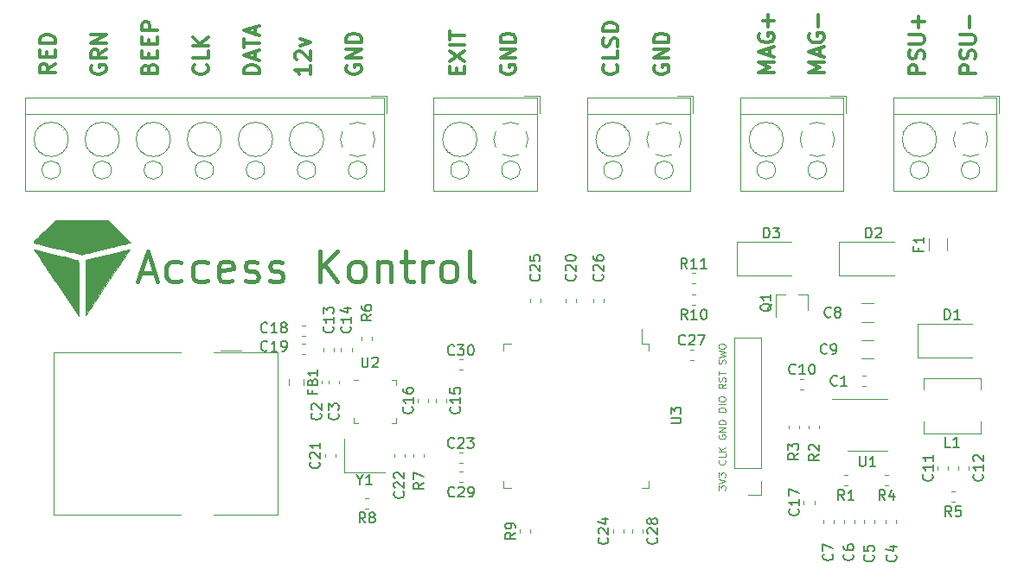
<source format=gbr>
G04 #@! TF.GenerationSoftware,KiCad,Pcbnew,5.1.5-52549c5~86~ubuntu18.04.1*
G04 #@! TF.CreationDate,2020-04-16T21:51:48+01:00*
G04 #@! TF.ProjectId,accesscontrol,61636365-7373-4636-9f6e-74726f6c2e6b,rev?*
G04 #@! TF.SameCoordinates,Original*
G04 #@! TF.FileFunction,Legend,Top*
G04 #@! TF.FilePolarity,Positive*
%FSLAX46Y46*%
G04 Gerber Fmt 4.6, Leading zero omitted, Abs format (unit mm)*
G04 Created by KiCad (PCBNEW 5.1.5-52549c5~86~ubuntu18.04.1) date 2020-04-16 21:51:48*
%MOMM*%
%LPD*%
G04 APERTURE LIST*
%ADD10C,0.400000*%
%ADD11C,0.300000*%
%ADD12C,0.100000*%
%ADD13C,0.120000*%
%ADD14C,0.010000*%
%ADD15C,0.150000*%
G04 APERTURE END LIST*
D10*
X81714285Y-84500000D02*
X83142857Y-84500000D01*
X81428571Y-85357142D02*
X82428571Y-82357142D01*
X83428571Y-85357142D01*
X85714285Y-85214285D02*
X85428571Y-85357142D01*
X84857142Y-85357142D01*
X84571428Y-85214285D01*
X84428571Y-85071428D01*
X84285714Y-84785714D01*
X84285714Y-83928571D01*
X84428571Y-83642857D01*
X84571428Y-83500000D01*
X84857142Y-83357142D01*
X85428571Y-83357142D01*
X85714285Y-83500000D01*
X88285714Y-85214285D02*
X88000000Y-85357142D01*
X87428571Y-85357142D01*
X87142857Y-85214285D01*
X87000000Y-85071428D01*
X86857142Y-84785714D01*
X86857142Y-83928571D01*
X87000000Y-83642857D01*
X87142857Y-83500000D01*
X87428571Y-83357142D01*
X88000000Y-83357142D01*
X88285714Y-83500000D01*
X90714285Y-85214285D02*
X90428571Y-85357142D01*
X89857142Y-85357142D01*
X89571428Y-85214285D01*
X89428571Y-84928571D01*
X89428571Y-83785714D01*
X89571428Y-83500000D01*
X89857142Y-83357142D01*
X90428571Y-83357142D01*
X90714285Y-83500000D01*
X90857142Y-83785714D01*
X90857142Y-84071428D01*
X89428571Y-84357142D01*
X92000000Y-85214285D02*
X92285714Y-85357142D01*
X92857142Y-85357142D01*
X93142857Y-85214285D01*
X93285714Y-84928571D01*
X93285714Y-84785714D01*
X93142857Y-84500000D01*
X92857142Y-84357142D01*
X92428571Y-84357142D01*
X92142857Y-84214285D01*
X92000000Y-83928571D01*
X92000000Y-83785714D01*
X92142857Y-83500000D01*
X92428571Y-83357142D01*
X92857142Y-83357142D01*
X93142857Y-83500000D01*
X94428571Y-85214285D02*
X94714285Y-85357142D01*
X95285714Y-85357142D01*
X95571428Y-85214285D01*
X95714285Y-84928571D01*
X95714285Y-84785714D01*
X95571428Y-84500000D01*
X95285714Y-84357142D01*
X94857142Y-84357142D01*
X94571428Y-84214285D01*
X94428571Y-83928571D01*
X94428571Y-83785714D01*
X94571428Y-83500000D01*
X94857142Y-83357142D01*
X95285714Y-83357142D01*
X95571428Y-83500000D01*
X99285714Y-85357142D02*
X99285714Y-82357142D01*
X101000000Y-85357142D02*
X99714285Y-83642857D01*
X101000000Y-82357142D02*
X99285714Y-84071428D01*
X102714285Y-85357142D02*
X102428571Y-85214285D01*
X102285714Y-85071428D01*
X102142857Y-84785714D01*
X102142857Y-83928571D01*
X102285714Y-83642857D01*
X102428571Y-83500000D01*
X102714285Y-83357142D01*
X103142857Y-83357142D01*
X103428571Y-83500000D01*
X103571428Y-83642857D01*
X103714285Y-83928571D01*
X103714285Y-84785714D01*
X103571428Y-85071428D01*
X103428571Y-85214285D01*
X103142857Y-85357142D01*
X102714285Y-85357142D01*
X105000000Y-83357142D02*
X105000000Y-85357142D01*
X105000000Y-83642857D02*
X105142857Y-83500000D01*
X105428571Y-83357142D01*
X105857142Y-83357142D01*
X106142857Y-83500000D01*
X106285714Y-83785714D01*
X106285714Y-85357142D01*
X107285714Y-83357142D02*
X108428571Y-83357142D01*
X107714285Y-82357142D02*
X107714285Y-84928571D01*
X107857142Y-85214285D01*
X108142857Y-85357142D01*
X108428571Y-85357142D01*
X109428571Y-85357142D02*
X109428571Y-83357142D01*
X109428571Y-83928571D02*
X109571428Y-83642857D01*
X109714285Y-83500000D01*
X110000000Y-83357142D01*
X110285714Y-83357142D01*
X111714285Y-85357142D02*
X111428571Y-85214285D01*
X111285714Y-85071428D01*
X111142857Y-84785714D01*
X111142857Y-83928571D01*
X111285714Y-83642857D01*
X111428571Y-83500000D01*
X111714285Y-83357142D01*
X112142857Y-83357142D01*
X112428571Y-83500000D01*
X112571428Y-83642857D01*
X112714285Y-83928571D01*
X112714285Y-84785714D01*
X112571428Y-85071428D01*
X112428571Y-85214285D01*
X112142857Y-85357142D01*
X111714285Y-85357142D01*
X114428571Y-85357142D02*
X114142857Y-85214285D01*
X114000000Y-84928571D01*
X114000000Y-82357142D01*
D11*
X158478571Y-64947857D02*
X156978571Y-64947857D01*
X156978571Y-64376428D01*
X157050000Y-64233571D01*
X157121428Y-64162142D01*
X157264285Y-64090714D01*
X157478571Y-64090714D01*
X157621428Y-64162142D01*
X157692857Y-64233571D01*
X157764285Y-64376428D01*
X157764285Y-64947857D01*
X158407142Y-63519285D02*
X158478571Y-63305000D01*
X158478571Y-62947857D01*
X158407142Y-62805000D01*
X158335714Y-62733571D01*
X158192857Y-62662142D01*
X158050000Y-62662142D01*
X157907142Y-62733571D01*
X157835714Y-62805000D01*
X157764285Y-62947857D01*
X157692857Y-63233571D01*
X157621428Y-63376428D01*
X157550000Y-63447857D01*
X157407142Y-63519285D01*
X157264285Y-63519285D01*
X157121428Y-63447857D01*
X157050000Y-63376428D01*
X156978571Y-63233571D01*
X156978571Y-62876428D01*
X157050000Y-62662142D01*
X156978571Y-62019285D02*
X158192857Y-62019285D01*
X158335714Y-61947857D01*
X158407142Y-61876428D01*
X158478571Y-61733571D01*
X158478571Y-61447857D01*
X158407142Y-61305000D01*
X158335714Y-61233571D01*
X158192857Y-61162142D01*
X156978571Y-61162142D01*
X157907142Y-60447857D02*
X157907142Y-59305000D01*
X158478571Y-59876428D02*
X157335714Y-59876428D01*
X128335714Y-64090714D02*
X128407142Y-64162142D01*
X128478571Y-64376428D01*
X128478571Y-64519285D01*
X128407142Y-64733571D01*
X128264285Y-64876428D01*
X128121428Y-64947857D01*
X127835714Y-65019285D01*
X127621428Y-65019285D01*
X127335714Y-64947857D01*
X127192857Y-64876428D01*
X127050000Y-64733571D01*
X126978571Y-64519285D01*
X126978571Y-64376428D01*
X127050000Y-64162142D01*
X127121428Y-64090714D01*
X128478571Y-62733571D02*
X128478571Y-63447857D01*
X126978571Y-63447857D01*
X128407142Y-62305000D02*
X128478571Y-62090714D01*
X128478571Y-61733571D01*
X128407142Y-61590714D01*
X128335714Y-61519285D01*
X128192857Y-61447857D01*
X128050000Y-61447857D01*
X127907142Y-61519285D01*
X127835714Y-61590714D01*
X127764285Y-61733571D01*
X127692857Y-62019285D01*
X127621428Y-62162142D01*
X127550000Y-62233571D01*
X127407142Y-62305000D01*
X127264285Y-62305000D01*
X127121428Y-62233571D01*
X127050000Y-62162142D01*
X126978571Y-62019285D01*
X126978571Y-61662142D01*
X127050000Y-61447857D01*
X128478571Y-60805000D02*
X126978571Y-60805000D01*
X126978571Y-60447857D01*
X127050000Y-60233571D01*
X127192857Y-60090714D01*
X127335714Y-60019285D01*
X127621428Y-59947857D01*
X127835714Y-59947857D01*
X128121428Y-60019285D01*
X128264285Y-60090714D01*
X128407142Y-60233571D01*
X128478571Y-60447857D01*
X128478571Y-60805000D01*
X112692857Y-64947857D02*
X112692857Y-64447857D01*
X113478571Y-64233571D02*
X113478571Y-64947857D01*
X111978571Y-64947857D01*
X111978571Y-64233571D01*
X111978571Y-63733571D02*
X113478571Y-62733571D01*
X111978571Y-62733571D02*
X113478571Y-63733571D01*
X113478571Y-62162142D02*
X111978571Y-62162142D01*
X111978571Y-61662142D02*
X111978571Y-60805000D01*
X113478571Y-61233571D02*
X111978571Y-61233571D01*
X163478571Y-64947857D02*
X161978571Y-64947857D01*
X161978571Y-64376428D01*
X162050000Y-64233571D01*
X162121428Y-64162142D01*
X162264285Y-64090714D01*
X162478571Y-64090714D01*
X162621428Y-64162142D01*
X162692857Y-64233571D01*
X162764285Y-64376428D01*
X162764285Y-64947857D01*
X163407142Y-63519285D02*
X163478571Y-63305000D01*
X163478571Y-62947857D01*
X163407142Y-62805000D01*
X163335714Y-62733571D01*
X163192857Y-62662142D01*
X163050000Y-62662142D01*
X162907142Y-62733571D01*
X162835714Y-62805000D01*
X162764285Y-62947857D01*
X162692857Y-63233571D01*
X162621428Y-63376428D01*
X162550000Y-63447857D01*
X162407142Y-63519285D01*
X162264285Y-63519285D01*
X162121428Y-63447857D01*
X162050000Y-63376428D01*
X161978571Y-63233571D01*
X161978571Y-62876428D01*
X162050000Y-62662142D01*
X161978571Y-62019285D02*
X163192857Y-62019285D01*
X163335714Y-61947857D01*
X163407142Y-61876428D01*
X163478571Y-61733571D01*
X163478571Y-61447857D01*
X163407142Y-61305000D01*
X163335714Y-61233571D01*
X163192857Y-61162142D01*
X161978571Y-61162142D01*
X162907142Y-60447857D02*
X162907142Y-59305000D01*
X132050000Y-64162142D02*
X131978571Y-64305000D01*
X131978571Y-64519285D01*
X132050000Y-64733571D01*
X132192857Y-64876428D01*
X132335714Y-64947857D01*
X132621428Y-65019285D01*
X132835714Y-65019285D01*
X133121428Y-64947857D01*
X133264285Y-64876428D01*
X133407142Y-64733571D01*
X133478571Y-64519285D01*
X133478571Y-64376428D01*
X133407142Y-64162142D01*
X133335714Y-64090714D01*
X132835714Y-64090714D01*
X132835714Y-64376428D01*
X133478571Y-63447857D02*
X131978571Y-63447857D01*
X133478571Y-62590714D01*
X131978571Y-62590714D01*
X133478571Y-61876428D02*
X131978571Y-61876428D01*
X131978571Y-61519285D01*
X132050000Y-61305000D01*
X132192857Y-61162142D01*
X132335714Y-61090714D01*
X132621428Y-61019285D01*
X132835714Y-61019285D01*
X133121428Y-61090714D01*
X133264285Y-61162142D01*
X133407142Y-61305000D01*
X133478571Y-61519285D01*
X133478571Y-61876428D01*
X117050000Y-64162142D02*
X116978571Y-64305000D01*
X116978571Y-64519285D01*
X117050000Y-64733571D01*
X117192857Y-64876428D01*
X117335714Y-64947857D01*
X117621428Y-65019285D01*
X117835714Y-65019285D01*
X118121428Y-64947857D01*
X118264285Y-64876428D01*
X118407142Y-64733571D01*
X118478571Y-64519285D01*
X118478571Y-64376428D01*
X118407142Y-64162142D01*
X118335714Y-64090714D01*
X117835714Y-64090714D01*
X117835714Y-64376428D01*
X118478571Y-63447857D02*
X116978571Y-63447857D01*
X118478571Y-62590714D01*
X116978571Y-62590714D01*
X118478571Y-61876428D02*
X116978571Y-61876428D01*
X116978571Y-61519285D01*
X117050000Y-61305000D01*
X117192857Y-61162142D01*
X117335714Y-61090714D01*
X117621428Y-61019285D01*
X117835714Y-61019285D01*
X118121428Y-61090714D01*
X118264285Y-61162142D01*
X118407142Y-61305000D01*
X118478571Y-61519285D01*
X118478571Y-61876428D01*
D12*
X138316666Y-105783333D02*
X138316666Y-105350000D01*
X138583333Y-105583333D01*
X138583333Y-105483333D01*
X138616666Y-105416666D01*
X138650000Y-105383333D01*
X138716666Y-105350000D01*
X138883333Y-105350000D01*
X138950000Y-105383333D01*
X138983333Y-105416666D01*
X139016666Y-105483333D01*
X139016666Y-105683333D01*
X138983333Y-105750000D01*
X138950000Y-105783333D01*
X138316666Y-105150000D02*
X139016666Y-104916666D01*
X138316666Y-104683333D01*
X138316666Y-104516666D02*
X138316666Y-104083333D01*
X138583333Y-104316666D01*
X138583333Y-104216666D01*
X138616666Y-104150000D01*
X138650000Y-104116666D01*
X138716666Y-104083333D01*
X138883333Y-104083333D01*
X138950000Y-104116666D01*
X138983333Y-104150000D01*
X139016666Y-104216666D01*
X139016666Y-104416666D01*
X138983333Y-104483333D01*
X138950000Y-104516666D01*
X138950000Y-102850000D02*
X138983333Y-102883333D01*
X139016666Y-102983333D01*
X139016666Y-103050000D01*
X138983333Y-103150000D01*
X138916666Y-103216666D01*
X138850000Y-103250000D01*
X138716666Y-103283333D01*
X138616666Y-103283333D01*
X138483333Y-103250000D01*
X138416666Y-103216666D01*
X138350000Y-103150000D01*
X138316666Y-103050000D01*
X138316666Y-102983333D01*
X138350000Y-102883333D01*
X138383333Y-102850000D01*
X139016666Y-102216666D02*
X139016666Y-102550000D01*
X138316666Y-102550000D01*
X139016666Y-101983333D02*
X138316666Y-101983333D01*
X139016666Y-101583333D02*
X138616666Y-101883333D01*
X138316666Y-101583333D02*
X138716666Y-101983333D01*
X138350000Y-100383333D02*
X138316666Y-100450000D01*
X138316666Y-100550000D01*
X138350000Y-100650000D01*
X138416666Y-100716666D01*
X138483333Y-100750000D01*
X138616666Y-100783333D01*
X138716666Y-100783333D01*
X138850000Y-100750000D01*
X138916666Y-100716666D01*
X138983333Y-100650000D01*
X139016666Y-100550000D01*
X139016666Y-100483333D01*
X138983333Y-100383333D01*
X138950000Y-100350000D01*
X138716666Y-100350000D01*
X138716666Y-100483333D01*
X139016666Y-100050000D02*
X138316666Y-100050000D01*
X139016666Y-99650000D01*
X138316666Y-99650000D01*
X139016666Y-99316666D02*
X138316666Y-99316666D01*
X138316666Y-99150000D01*
X138350000Y-99050000D01*
X138416666Y-98983333D01*
X138483333Y-98950000D01*
X138616666Y-98916666D01*
X138716666Y-98916666D01*
X138850000Y-98950000D01*
X138916666Y-98983333D01*
X138983333Y-99050000D01*
X139016666Y-99150000D01*
X139016666Y-99316666D01*
X139016666Y-98083333D02*
X138316666Y-98083333D01*
X138316666Y-97916666D01*
X138350000Y-97816666D01*
X138416666Y-97750000D01*
X138483333Y-97716666D01*
X138616666Y-97683333D01*
X138716666Y-97683333D01*
X138850000Y-97716666D01*
X138916666Y-97750000D01*
X138983333Y-97816666D01*
X139016666Y-97916666D01*
X139016666Y-98083333D01*
X139016666Y-97383333D02*
X138316666Y-97383333D01*
X138316666Y-96916666D02*
X138316666Y-96783333D01*
X138350000Y-96716666D01*
X138416666Y-96650000D01*
X138550000Y-96616666D01*
X138783333Y-96616666D01*
X138916666Y-96650000D01*
X138983333Y-96716666D01*
X139016666Y-96783333D01*
X139016666Y-96916666D01*
X138983333Y-96983333D01*
X138916666Y-97050000D01*
X138783333Y-97083333D01*
X138550000Y-97083333D01*
X138416666Y-97050000D01*
X138350000Y-96983333D01*
X138316666Y-96916666D01*
X139016666Y-95383333D02*
X138683333Y-95616666D01*
X139016666Y-95783333D02*
X138316666Y-95783333D01*
X138316666Y-95516666D01*
X138350000Y-95450000D01*
X138383333Y-95416666D01*
X138450000Y-95383333D01*
X138550000Y-95383333D01*
X138616666Y-95416666D01*
X138650000Y-95450000D01*
X138683333Y-95516666D01*
X138683333Y-95783333D01*
X138983333Y-95116666D02*
X139016666Y-95016666D01*
X139016666Y-94850000D01*
X138983333Y-94783333D01*
X138950000Y-94750000D01*
X138883333Y-94716666D01*
X138816666Y-94716666D01*
X138750000Y-94750000D01*
X138716666Y-94783333D01*
X138683333Y-94850000D01*
X138650000Y-94983333D01*
X138616666Y-95050000D01*
X138583333Y-95083333D01*
X138516666Y-95116666D01*
X138450000Y-95116666D01*
X138383333Y-95083333D01*
X138350000Y-95050000D01*
X138316666Y-94983333D01*
X138316666Y-94816666D01*
X138350000Y-94716666D01*
X138316666Y-94516666D02*
X138316666Y-94116666D01*
X139016666Y-94316666D02*
X138316666Y-94316666D01*
X138983333Y-93383333D02*
X139016666Y-93283333D01*
X139016666Y-93116666D01*
X138983333Y-93050000D01*
X138950000Y-93016666D01*
X138883333Y-92983333D01*
X138816666Y-92983333D01*
X138750000Y-93016666D01*
X138716666Y-93050000D01*
X138683333Y-93116666D01*
X138650000Y-93250000D01*
X138616666Y-93316666D01*
X138583333Y-93350000D01*
X138516666Y-93383333D01*
X138450000Y-93383333D01*
X138383333Y-93350000D01*
X138350000Y-93316666D01*
X138316666Y-93250000D01*
X138316666Y-93083333D01*
X138350000Y-92983333D01*
X138316666Y-92750000D02*
X139016666Y-92583333D01*
X138516666Y-92450000D01*
X139016666Y-92316666D01*
X138316666Y-92150000D01*
X138316666Y-91750000D02*
X138316666Y-91616666D01*
X138350000Y-91550000D01*
X138416666Y-91483333D01*
X138550000Y-91450000D01*
X138783333Y-91450000D01*
X138916666Y-91483333D01*
X138983333Y-91550000D01*
X139016666Y-91616666D01*
X139016666Y-91750000D01*
X138983333Y-91816666D01*
X138916666Y-91883333D01*
X138783333Y-91916666D01*
X138550000Y-91916666D01*
X138416666Y-91883333D01*
X138350000Y-91816666D01*
X138316666Y-91750000D01*
D11*
X143778571Y-64827857D02*
X142278571Y-64827857D01*
X143350000Y-64327857D01*
X142278571Y-63827857D01*
X143778571Y-63827857D01*
X143350000Y-63185000D02*
X143350000Y-62470714D01*
X143778571Y-63327857D02*
X142278571Y-62827857D01*
X143778571Y-62327857D01*
X142350000Y-61042142D02*
X142278571Y-61185000D01*
X142278571Y-61399285D01*
X142350000Y-61613571D01*
X142492857Y-61756428D01*
X142635714Y-61827857D01*
X142921428Y-61899285D01*
X143135714Y-61899285D01*
X143421428Y-61827857D01*
X143564285Y-61756428D01*
X143707142Y-61613571D01*
X143778571Y-61399285D01*
X143778571Y-61256428D01*
X143707142Y-61042142D01*
X143635714Y-60970714D01*
X143135714Y-60970714D01*
X143135714Y-61256428D01*
X143207142Y-60327857D02*
X143207142Y-59185000D01*
X143778571Y-59756428D02*
X142635714Y-59756428D01*
X101950000Y-64162142D02*
X101878571Y-64305000D01*
X101878571Y-64519285D01*
X101950000Y-64733571D01*
X102092857Y-64876428D01*
X102235714Y-64947857D01*
X102521428Y-65019285D01*
X102735714Y-65019285D01*
X103021428Y-64947857D01*
X103164285Y-64876428D01*
X103307142Y-64733571D01*
X103378571Y-64519285D01*
X103378571Y-64376428D01*
X103307142Y-64162142D01*
X103235714Y-64090714D01*
X102735714Y-64090714D01*
X102735714Y-64376428D01*
X103378571Y-63447857D02*
X101878571Y-63447857D01*
X103378571Y-62590714D01*
X101878571Y-62590714D01*
X103378571Y-61876428D02*
X101878571Y-61876428D01*
X101878571Y-61519285D01*
X101950000Y-61305000D01*
X102092857Y-61162142D01*
X102235714Y-61090714D01*
X102521428Y-61019285D01*
X102735714Y-61019285D01*
X103021428Y-61090714D01*
X103164285Y-61162142D01*
X103307142Y-61305000D01*
X103378571Y-61519285D01*
X103378571Y-61876428D01*
X98378571Y-64162142D02*
X98378571Y-65019285D01*
X98378571Y-64590714D02*
X96878571Y-64590714D01*
X97092857Y-64733571D01*
X97235714Y-64876428D01*
X97307142Y-65019285D01*
X97021428Y-63590714D02*
X96950000Y-63519285D01*
X96878571Y-63376428D01*
X96878571Y-63019285D01*
X96950000Y-62876428D01*
X97021428Y-62805000D01*
X97164285Y-62733571D01*
X97307142Y-62733571D01*
X97521428Y-62805000D01*
X98378571Y-63662142D01*
X98378571Y-62733571D01*
X97378571Y-62233571D02*
X98378571Y-61876428D01*
X97378571Y-61519285D01*
X93378571Y-64947857D02*
X91878571Y-64947857D01*
X91878571Y-64590714D01*
X91950000Y-64376428D01*
X92092857Y-64233571D01*
X92235714Y-64162142D01*
X92521428Y-64090714D01*
X92735714Y-64090714D01*
X93021428Y-64162142D01*
X93164285Y-64233571D01*
X93307142Y-64376428D01*
X93378571Y-64590714D01*
X93378571Y-64947857D01*
X92950000Y-63519285D02*
X92950000Y-62805000D01*
X93378571Y-63662142D02*
X91878571Y-63162142D01*
X93378571Y-62662142D01*
X91878571Y-62376428D02*
X91878571Y-61519285D01*
X93378571Y-61947857D02*
X91878571Y-61947857D01*
X92950000Y-61090714D02*
X92950000Y-60376428D01*
X93378571Y-61233571D02*
X91878571Y-60733571D01*
X93378571Y-60233571D01*
X88235714Y-64090714D02*
X88307142Y-64162142D01*
X88378571Y-64376428D01*
X88378571Y-64519285D01*
X88307142Y-64733571D01*
X88164285Y-64876428D01*
X88021428Y-64947857D01*
X87735714Y-65019285D01*
X87521428Y-65019285D01*
X87235714Y-64947857D01*
X87092857Y-64876428D01*
X86950000Y-64733571D01*
X86878571Y-64519285D01*
X86878571Y-64376428D01*
X86950000Y-64162142D01*
X87021428Y-64090714D01*
X88378571Y-62733571D02*
X88378571Y-63447857D01*
X86878571Y-63447857D01*
X88378571Y-62233571D02*
X86878571Y-62233571D01*
X88378571Y-61376428D02*
X87521428Y-62019285D01*
X86878571Y-61376428D02*
X87735714Y-62233571D01*
X82592857Y-64447857D02*
X82664285Y-64233571D01*
X82735714Y-64162142D01*
X82878571Y-64090714D01*
X83092857Y-64090714D01*
X83235714Y-64162142D01*
X83307142Y-64233571D01*
X83378571Y-64376428D01*
X83378571Y-64947857D01*
X81878571Y-64947857D01*
X81878571Y-64447857D01*
X81950000Y-64305000D01*
X82021428Y-64233571D01*
X82164285Y-64162142D01*
X82307142Y-64162142D01*
X82450000Y-64233571D01*
X82521428Y-64305000D01*
X82592857Y-64447857D01*
X82592857Y-64947857D01*
X82592857Y-63447857D02*
X82592857Y-62947857D01*
X83378571Y-62733571D02*
X83378571Y-63447857D01*
X81878571Y-63447857D01*
X81878571Y-62733571D01*
X82592857Y-62090714D02*
X82592857Y-61590714D01*
X83378571Y-61376428D02*
X83378571Y-62090714D01*
X81878571Y-62090714D01*
X81878571Y-61376428D01*
X83378571Y-60733571D02*
X81878571Y-60733571D01*
X81878571Y-60162142D01*
X81950000Y-60019285D01*
X82021428Y-59947857D01*
X82164285Y-59876428D01*
X82378571Y-59876428D01*
X82521428Y-59947857D01*
X82592857Y-60019285D01*
X82664285Y-60162142D01*
X82664285Y-60733571D01*
X76950000Y-64162142D02*
X76878571Y-64305000D01*
X76878571Y-64519285D01*
X76950000Y-64733571D01*
X77092857Y-64876428D01*
X77235714Y-64947857D01*
X77521428Y-65019285D01*
X77735714Y-65019285D01*
X78021428Y-64947857D01*
X78164285Y-64876428D01*
X78307142Y-64733571D01*
X78378571Y-64519285D01*
X78378571Y-64376428D01*
X78307142Y-64162142D01*
X78235714Y-64090714D01*
X77735714Y-64090714D01*
X77735714Y-64376428D01*
X78378571Y-62590714D02*
X77664285Y-63090714D01*
X78378571Y-63447857D02*
X76878571Y-63447857D01*
X76878571Y-62876428D01*
X76950000Y-62733571D01*
X77021428Y-62662142D01*
X77164285Y-62590714D01*
X77378571Y-62590714D01*
X77521428Y-62662142D01*
X77592857Y-62733571D01*
X77664285Y-62876428D01*
X77664285Y-63447857D01*
X78378571Y-61947857D02*
X76878571Y-61947857D01*
X78378571Y-61090714D01*
X76878571Y-61090714D01*
X73378571Y-63970714D02*
X72664285Y-64470714D01*
X73378571Y-64827857D02*
X71878571Y-64827857D01*
X71878571Y-64256428D01*
X71950000Y-64113571D01*
X72021428Y-64042142D01*
X72164285Y-63970714D01*
X72378571Y-63970714D01*
X72521428Y-64042142D01*
X72592857Y-64113571D01*
X72664285Y-64256428D01*
X72664285Y-64827857D01*
X72592857Y-63327857D02*
X72592857Y-62827857D01*
X73378571Y-62613571D02*
X73378571Y-63327857D01*
X71878571Y-63327857D01*
X71878571Y-62613571D01*
X73378571Y-61970714D02*
X71878571Y-61970714D01*
X71878571Y-61613571D01*
X71950000Y-61399285D01*
X72092857Y-61256428D01*
X72235714Y-61185000D01*
X72521428Y-61113571D01*
X72735714Y-61113571D01*
X73021428Y-61185000D01*
X73164285Y-61256428D01*
X73307142Y-61399285D01*
X73378571Y-61613571D01*
X73378571Y-61970714D01*
X148678571Y-64847857D02*
X147178571Y-64847857D01*
X148250000Y-64347857D01*
X147178571Y-63847857D01*
X148678571Y-63847857D01*
X148250000Y-63205000D02*
X148250000Y-62490714D01*
X148678571Y-63347857D02*
X147178571Y-62847857D01*
X148678571Y-62347857D01*
X147250000Y-61062142D02*
X147178571Y-61205000D01*
X147178571Y-61419285D01*
X147250000Y-61633571D01*
X147392857Y-61776428D01*
X147535714Y-61847857D01*
X147821428Y-61919285D01*
X148035714Y-61919285D01*
X148321428Y-61847857D01*
X148464285Y-61776428D01*
X148607142Y-61633571D01*
X148678571Y-61419285D01*
X148678571Y-61276428D01*
X148607142Y-61062142D01*
X148535714Y-60990714D01*
X148035714Y-60990714D01*
X148035714Y-61276428D01*
X148107142Y-60347857D02*
X148107142Y-59205000D01*
D13*
X160710000Y-82302064D02*
X160710000Y-81097936D01*
X158890000Y-82302064D02*
X158890000Y-81097936D01*
X96290000Y-94941422D02*
X96290000Y-95458578D01*
X97710000Y-94941422D02*
X97710000Y-95458578D01*
D14*
G36*
X79698165Y-80386592D02*
G01*
X80801455Y-81490327D01*
X80659513Y-81527877D01*
X80546661Y-81557164D01*
X80378947Y-81599908D01*
X80163431Y-81654358D01*
X79907172Y-81718763D01*
X79617230Y-81791374D01*
X79300664Y-81870440D01*
X78964534Y-81954210D01*
X78615899Y-82040933D01*
X78261820Y-82128860D01*
X77909355Y-82216240D01*
X77565563Y-82301321D01*
X77237506Y-82382355D01*
X76932241Y-82457589D01*
X76656829Y-82525274D01*
X76418329Y-82583660D01*
X76223801Y-82630995D01*
X76080304Y-82665530D01*
X75994898Y-82685513D01*
X75973231Y-82689901D01*
X75934137Y-82680618D01*
X75830630Y-82655115D01*
X75668675Y-82614882D01*
X75454234Y-82561411D01*
X75193274Y-82496192D01*
X74891756Y-82420717D01*
X74555646Y-82336476D01*
X74190908Y-82244960D01*
X73803506Y-82147661D01*
X73677714Y-82116047D01*
X73281700Y-82016499D01*
X72904399Y-81921641D01*
X72552052Y-81833044D01*
X72230900Y-81752277D01*
X71947186Y-81680910D01*
X71707150Y-81620513D01*
X71517033Y-81572657D01*
X71383078Y-81538911D01*
X71311526Y-81520846D01*
X71303550Y-81518818D01*
X71279060Y-81511076D01*
X71264433Y-81499124D01*
X71263745Y-81478338D01*
X71281071Y-81444097D01*
X71320487Y-81391779D01*
X71386068Y-81316760D01*
X71481888Y-81214418D01*
X71612024Y-81080131D01*
X71780550Y-80909277D01*
X71991542Y-80697232D01*
X72249075Y-80439376D01*
X72301184Y-80387244D01*
X73405125Y-79282858D01*
X78594875Y-79282858D01*
X79698165Y-80386592D01*
G37*
X79698165Y-80386592D02*
X80801455Y-81490327D01*
X80659513Y-81527877D01*
X80546661Y-81557164D01*
X80378947Y-81599908D01*
X80163431Y-81654358D01*
X79907172Y-81718763D01*
X79617230Y-81791374D01*
X79300664Y-81870440D01*
X78964534Y-81954210D01*
X78615899Y-82040933D01*
X78261820Y-82128860D01*
X77909355Y-82216240D01*
X77565563Y-82301321D01*
X77237506Y-82382355D01*
X76932241Y-82457589D01*
X76656829Y-82525274D01*
X76418329Y-82583660D01*
X76223801Y-82630995D01*
X76080304Y-82665530D01*
X75994898Y-82685513D01*
X75973231Y-82689901D01*
X75934137Y-82680618D01*
X75830630Y-82655115D01*
X75668675Y-82614882D01*
X75454234Y-82561411D01*
X75193274Y-82496192D01*
X74891756Y-82420717D01*
X74555646Y-82336476D01*
X74190908Y-82244960D01*
X73803506Y-82147661D01*
X73677714Y-82116047D01*
X73281700Y-82016499D01*
X72904399Y-81921641D01*
X72552052Y-81833044D01*
X72230900Y-81752277D01*
X71947186Y-81680910D01*
X71707150Y-81620513D01*
X71517033Y-81572657D01*
X71383078Y-81538911D01*
X71311526Y-81520846D01*
X71303550Y-81518818D01*
X71279060Y-81511076D01*
X71264433Y-81499124D01*
X71263745Y-81478338D01*
X71281071Y-81444097D01*
X71320487Y-81391779D01*
X71386068Y-81316760D01*
X71481888Y-81214418D01*
X71612024Y-81080131D01*
X71780550Y-80909277D01*
X71991542Y-80697232D01*
X72249075Y-80439376D01*
X72301184Y-80387244D01*
X73405125Y-79282858D01*
X78594875Y-79282858D01*
X79698165Y-80386592D01*
G36*
X80670942Y-82200360D02*
G01*
X80652201Y-82230599D01*
X80596237Y-82316364D01*
X80506229Y-82452898D01*
X80385356Y-82635443D01*
X80236797Y-82859241D01*
X80063731Y-83119534D01*
X79869337Y-83411564D01*
X79656796Y-83730574D01*
X79429285Y-84071805D01*
X79189985Y-84430500D01*
X78942073Y-84801900D01*
X78688731Y-85181249D01*
X78433136Y-85563787D01*
X78178468Y-85944757D01*
X77927907Y-86319401D01*
X77684631Y-86682962D01*
X77451820Y-87030680D01*
X77232652Y-87357800D01*
X77030308Y-87659562D01*
X76847966Y-87931208D01*
X76688805Y-88167982D01*
X76556006Y-88365124D01*
X76452746Y-88517877D01*
X76382205Y-88621484D01*
X76347563Y-88671186D01*
X76344733Y-88674791D01*
X76341861Y-88642487D01*
X76339367Y-88543176D01*
X76337269Y-88382419D01*
X76335588Y-88165780D01*
X76334342Y-87898820D01*
X76333551Y-87587104D01*
X76333234Y-87236192D01*
X76333409Y-86851649D01*
X76334097Y-86439036D01*
X76335316Y-86003917D01*
X76335410Y-85976312D01*
X76344714Y-83259205D01*
X78503714Y-82725854D01*
X78886759Y-82631385D01*
X79248355Y-82542510D01*
X79582447Y-82460697D01*
X79882985Y-82387413D01*
X80143914Y-82324126D01*
X80359182Y-82272304D01*
X80522737Y-82233415D01*
X80628526Y-82208925D01*
X80670496Y-82200303D01*
X80670942Y-82200360D01*
G37*
X80670942Y-82200360D02*
X80652201Y-82230599D01*
X80596237Y-82316364D01*
X80506229Y-82452898D01*
X80385356Y-82635443D01*
X80236797Y-82859241D01*
X80063731Y-83119534D01*
X79869337Y-83411564D01*
X79656796Y-83730574D01*
X79429285Y-84071805D01*
X79189985Y-84430500D01*
X78942073Y-84801900D01*
X78688731Y-85181249D01*
X78433136Y-85563787D01*
X78178468Y-85944757D01*
X77927907Y-86319401D01*
X77684631Y-86682962D01*
X77451820Y-87030680D01*
X77232652Y-87357800D01*
X77030308Y-87659562D01*
X76847966Y-87931208D01*
X76688805Y-88167982D01*
X76556006Y-88365124D01*
X76452746Y-88517877D01*
X76382205Y-88621484D01*
X76347563Y-88671186D01*
X76344733Y-88674791D01*
X76341861Y-88642487D01*
X76339367Y-88543176D01*
X76337269Y-88382419D01*
X76335588Y-88165780D01*
X76334342Y-87898820D01*
X76333551Y-87587104D01*
X76333234Y-87236192D01*
X76333409Y-86851649D01*
X76334097Y-86439036D01*
X76335316Y-86003917D01*
X76335410Y-85976312D01*
X76344714Y-83259205D01*
X78503714Y-82725854D01*
X78886759Y-82631385D01*
X79248355Y-82542510D01*
X79582447Y-82460697D01*
X79882985Y-82387413D01*
X80143914Y-82324126D01*
X80359182Y-82272304D01*
X80522737Y-82233415D01*
X80628526Y-82208925D01*
X80670496Y-82200303D01*
X80670942Y-82200360D01*
G36*
X71370305Y-82201326D02*
G01*
X71469870Y-82223366D01*
X71625008Y-82259636D01*
X71828344Y-82308294D01*
X72072500Y-82367498D01*
X72350102Y-82435405D01*
X72653772Y-82510175D01*
X72976135Y-82589965D01*
X73309814Y-82672933D01*
X73647433Y-82757237D01*
X73981617Y-82841036D01*
X74304988Y-82922487D01*
X74610171Y-82999748D01*
X74889790Y-83070977D01*
X75136468Y-83134333D01*
X75342829Y-83187973D01*
X75501497Y-83230055D01*
X75605097Y-83258738D01*
X75646250Y-83272180D01*
X75646448Y-83272333D01*
X75650757Y-83311654D01*
X75654613Y-83417848D01*
X75657978Y-83585217D01*
X75660815Y-83808063D01*
X75663086Y-84080688D01*
X75664752Y-84397395D01*
X75665776Y-84752486D01*
X75666119Y-85140263D01*
X75665745Y-85555029D01*
X75664614Y-85991086D01*
X75664591Y-85997763D01*
X75655286Y-88699000D01*
X73488411Y-85453256D01*
X73196688Y-85016010D01*
X72916734Y-84595865D01*
X72651136Y-84196733D01*
X72402482Y-83822524D01*
X72173358Y-83477151D01*
X71966352Y-83164525D01*
X71784050Y-82888558D01*
X71629040Y-82653161D01*
X71503908Y-82462246D01*
X71411242Y-82319725D01*
X71353629Y-82229509D01*
X71333656Y-82195510D01*
X71333689Y-82195358D01*
X71370305Y-82201326D01*
G37*
X71370305Y-82201326D02*
X71469870Y-82223366D01*
X71625008Y-82259636D01*
X71828344Y-82308294D01*
X72072500Y-82367498D01*
X72350102Y-82435405D01*
X72653772Y-82510175D01*
X72976135Y-82589965D01*
X73309814Y-82672933D01*
X73647433Y-82757237D01*
X73981617Y-82841036D01*
X74304988Y-82922487D01*
X74610171Y-82999748D01*
X74889790Y-83070977D01*
X75136468Y-83134333D01*
X75342829Y-83187973D01*
X75501497Y-83230055D01*
X75605097Y-83258738D01*
X75646250Y-83272180D01*
X75646448Y-83272333D01*
X75650757Y-83311654D01*
X75654613Y-83417848D01*
X75657978Y-83585217D01*
X75660815Y-83808063D01*
X75663086Y-84080688D01*
X75664752Y-84397395D01*
X75665776Y-84752486D01*
X75666119Y-85140263D01*
X75665745Y-85555029D01*
X75664614Y-85991086D01*
X75664591Y-85997763D01*
X75655286Y-88699000D01*
X73488411Y-85453256D01*
X73196688Y-85016010D01*
X72916734Y-84595865D01*
X72651136Y-84196733D01*
X72402482Y-83822524D01*
X72173358Y-83477151D01*
X71966352Y-83164525D01*
X71784050Y-82888558D01*
X71629040Y-82653161D01*
X71503908Y-82462246D01*
X71411242Y-82319725D01*
X71353629Y-82229509D01*
X71333656Y-82195510D01*
X71333689Y-82195358D01*
X71370305Y-82201326D01*
D13*
X165800000Y-67100000D02*
X164300000Y-67100000D01*
X165800000Y-68840000D02*
X165800000Y-67100000D01*
X159180000Y-70424000D02*
X159274000Y-70331000D01*
X156930000Y-72675000D02*
X156989000Y-72616000D01*
X159010000Y-70184000D02*
X159069000Y-70126000D01*
X156725000Y-72469000D02*
X156819000Y-72376000D01*
X155440000Y-76460000D02*
X155440000Y-67340000D01*
X165560000Y-76460000D02*
X165560000Y-67340000D01*
X165560000Y-67340000D02*
X155440000Y-67340000D01*
X165560000Y-76460000D02*
X155440000Y-76460000D01*
X165560000Y-68900000D02*
X155440000Y-68900000D01*
X158900000Y-74400000D02*
G75*
G03X158900000Y-74400000I-900000J0D01*
G01*
X159680000Y-71400000D02*
G75*
G03X159680000Y-71400000I-1680000J0D01*
G01*
X163900000Y-74400000D02*
G75*
G03X163900000Y-74400000I-900000J0D01*
G01*
X162970617Y-69719550D02*
G75*
G02X163789000Y-69916000I29383J-1680450D01*
G01*
X164483953Y-70610912D02*
G75*
G02X164484000Y-72189000I-1483953J-789088D01*
G01*
X163789088Y-72883953D02*
G75*
G02X162211000Y-72884000I-789088J1483953D01*
G01*
X161516047Y-72189088D02*
G75*
G02X161516000Y-70611000I1483953J789088D01*
G01*
X162211288Y-69916648D02*
G75*
G02X163000000Y-69720000I788712J-1483352D01*
G01*
X135800000Y-67100000D02*
X134300000Y-67100000D01*
X135800000Y-68840000D02*
X135800000Y-67100000D01*
X129180000Y-70424000D02*
X129274000Y-70331000D01*
X126930000Y-72675000D02*
X126989000Y-72616000D01*
X129010000Y-70184000D02*
X129069000Y-70126000D01*
X126725000Y-72469000D02*
X126819000Y-72376000D01*
X125440000Y-76460000D02*
X125440000Y-67340000D01*
X135560000Y-76460000D02*
X135560000Y-67340000D01*
X135560000Y-67340000D02*
X125440000Y-67340000D01*
X135560000Y-76460000D02*
X125440000Y-76460000D01*
X135560000Y-68900000D02*
X125440000Y-68900000D01*
X128900000Y-74400000D02*
G75*
G03X128900000Y-74400000I-900000J0D01*
G01*
X129680000Y-71400000D02*
G75*
G03X129680000Y-71400000I-1680000J0D01*
G01*
X133900000Y-74400000D02*
G75*
G03X133900000Y-74400000I-900000J0D01*
G01*
X132970617Y-69719550D02*
G75*
G02X133789000Y-69916000I29383J-1680450D01*
G01*
X134483953Y-70610912D02*
G75*
G02X134484000Y-72189000I-1483953J-789088D01*
G01*
X133789088Y-72883953D02*
G75*
G02X132211000Y-72884000I-789088J1483953D01*
G01*
X131516047Y-72189088D02*
G75*
G02X131516000Y-70611000I1483953J789088D01*
G01*
X132211288Y-69916648D02*
G75*
G02X133000000Y-69720000I788712J-1483352D01*
G01*
X120800000Y-67100000D02*
X119300000Y-67100000D01*
X120800000Y-68840000D02*
X120800000Y-67100000D01*
X114180000Y-70424000D02*
X114274000Y-70331000D01*
X111930000Y-72675000D02*
X111989000Y-72616000D01*
X114010000Y-70184000D02*
X114069000Y-70126000D01*
X111725000Y-72469000D02*
X111819000Y-72376000D01*
X110440000Y-76460000D02*
X110440000Y-67340000D01*
X120560000Y-76460000D02*
X120560000Y-67340000D01*
X120560000Y-67340000D02*
X110440000Y-67340000D01*
X120560000Y-76460000D02*
X110440000Y-76460000D01*
X120560000Y-68900000D02*
X110440000Y-68900000D01*
X113900000Y-74400000D02*
G75*
G03X113900000Y-74400000I-900000J0D01*
G01*
X114680000Y-71400000D02*
G75*
G03X114680000Y-71400000I-1680000J0D01*
G01*
X118900000Y-74400000D02*
G75*
G03X118900000Y-74400000I-900000J0D01*
G01*
X117970617Y-69719550D02*
G75*
G02X118789000Y-69916000I29383J-1680450D01*
G01*
X119483953Y-70610912D02*
G75*
G02X119484000Y-72189000I-1483953J-789088D01*
G01*
X118789088Y-72883953D02*
G75*
G02X117211000Y-72884000I-789088J1483953D01*
G01*
X116516047Y-72189088D02*
G75*
G02X116516000Y-70611000I1483953J789088D01*
G01*
X117211288Y-69916648D02*
G75*
G02X118000000Y-69720000I788712J-1483352D01*
G01*
X105800000Y-67100000D02*
X104300000Y-67100000D01*
X105800000Y-68840000D02*
X105800000Y-67100000D01*
X74180000Y-70424000D02*
X74274000Y-70331000D01*
X71930000Y-72675000D02*
X71989000Y-72616000D01*
X74010000Y-70184000D02*
X74069000Y-70126000D01*
X71725000Y-72469000D02*
X71819000Y-72376000D01*
X79180000Y-70424000D02*
X79274000Y-70331000D01*
X76930000Y-72675000D02*
X76989000Y-72616000D01*
X79010000Y-70184000D02*
X79069000Y-70126000D01*
X76725000Y-72469000D02*
X76819000Y-72376000D01*
X84180000Y-70424000D02*
X84274000Y-70331000D01*
X81930000Y-72675000D02*
X81989000Y-72616000D01*
X84010000Y-70184000D02*
X84069000Y-70126000D01*
X81725000Y-72469000D02*
X81819000Y-72376000D01*
X89180000Y-70424000D02*
X89274000Y-70331000D01*
X86930000Y-72675000D02*
X86989000Y-72616000D01*
X89010000Y-70184000D02*
X89069000Y-70126000D01*
X86725000Y-72469000D02*
X86819000Y-72376000D01*
X94180000Y-70424000D02*
X94274000Y-70331000D01*
X91930000Y-72675000D02*
X91989000Y-72616000D01*
X94010000Y-70184000D02*
X94069000Y-70126000D01*
X91725000Y-72469000D02*
X91819000Y-72376000D01*
X99180000Y-70424000D02*
X99274000Y-70331000D01*
X96930000Y-72675000D02*
X96989000Y-72616000D01*
X99010000Y-70184000D02*
X99069000Y-70126000D01*
X96725000Y-72469000D02*
X96819000Y-72376000D01*
X70440000Y-76460000D02*
X70440000Y-67340000D01*
X105560000Y-76460000D02*
X105560000Y-67340000D01*
X105560000Y-67340000D02*
X70440000Y-67340000D01*
X105560000Y-76460000D02*
X70440000Y-76460000D01*
X105560000Y-68900000D02*
X70440000Y-68900000D01*
X73900000Y-74400000D02*
G75*
G03X73900000Y-74400000I-900000J0D01*
G01*
X74680000Y-71400000D02*
G75*
G03X74680000Y-71400000I-1680000J0D01*
G01*
X78900000Y-74400000D02*
G75*
G03X78900000Y-74400000I-900000J0D01*
G01*
X79680000Y-71400000D02*
G75*
G03X79680000Y-71400000I-1680000J0D01*
G01*
X83900000Y-74400000D02*
G75*
G03X83900000Y-74400000I-900000J0D01*
G01*
X84680000Y-71400000D02*
G75*
G03X84680000Y-71400000I-1680000J0D01*
G01*
X88900000Y-74400000D02*
G75*
G03X88900000Y-74400000I-900000J0D01*
G01*
X89680000Y-71400000D02*
G75*
G03X89680000Y-71400000I-1680000J0D01*
G01*
X93900000Y-74400000D02*
G75*
G03X93900000Y-74400000I-900000J0D01*
G01*
X94680000Y-71400000D02*
G75*
G03X94680000Y-71400000I-1680000J0D01*
G01*
X98900000Y-74400000D02*
G75*
G03X98900000Y-74400000I-900000J0D01*
G01*
X99680000Y-71400000D02*
G75*
G03X99680000Y-71400000I-1680000J0D01*
G01*
X103900000Y-74400000D02*
G75*
G03X103900000Y-74400000I-900000J0D01*
G01*
X102970617Y-69719550D02*
G75*
G02X103789000Y-69916000I29383J-1680450D01*
G01*
X104483953Y-70610912D02*
G75*
G02X104484000Y-72189000I-1483953J-789088D01*
G01*
X103789088Y-72883953D02*
G75*
G02X102211000Y-72884000I-789088J1483953D01*
G01*
X101516047Y-72189088D02*
G75*
G02X101516000Y-70611000I1483953J789088D01*
G01*
X102211288Y-69916648D02*
G75*
G02X103000000Y-69720000I788712J-1483352D01*
G01*
X150800000Y-67100000D02*
X149300000Y-67100000D01*
X150800000Y-68840000D02*
X150800000Y-67100000D01*
X144180000Y-70424000D02*
X144274000Y-70331000D01*
X141930000Y-72675000D02*
X141989000Y-72616000D01*
X144010000Y-70184000D02*
X144069000Y-70126000D01*
X141725000Y-72469000D02*
X141819000Y-72376000D01*
X140440000Y-76460000D02*
X140440000Y-67340000D01*
X150560000Y-76460000D02*
X150560000Y-67340000D01*
X150560000Y-67340000D02*
X140440000Y-67340000D01*
X150560000Y-76460000D02*
X140440000Y-76460000D01*
X150560000Y-68900000D02*
X140440000Y-68900000D01*
X143900000Y-74400000D02*
G75*
G03X143900000Y-74400000I-900000J0D01*
G01*
X144680000Y-71400000D02*
G75*
G03X144680000Y-71400000I-1680000J0D01*
G01*
X148900000Y-74400000D02*
G75*
G03X148900000Y-74400000I-900000J0D01*
G01*
X147970617Y-69719550D02*
G75*
G02X148789000Y-69916000I29383J-1680450D01*
G01*
X149483953Y-70610912D02*
G75*
G02X149484000Y-72189000I-1483953J-789088D01*
G01*
X148789088Y-72883953D02*
G75*
G02X147211000Y-72884000I-789088J1483953D01*
G01*
X146516047Y-72189088D02*
G75*
G02X146516000Y-70611000I1483953J789088D01*
G01*
X147211288Y-69916648D02*
G75*
G02X148000000Y-69720000I788712J-1483352D01*
G01*
X147080000Y-86640000D02*
X147080000Y-88100000D01*
X143920000Y-86640000D02*
X143920000Y-88800000D01*
X143920000Y-86640000D02*
X144850000Y-86640000D01*
X147080000Y-86640000D02*
X146150000Y-86640000D01*
X152900000Y-96840000D02*
X149450000Y-96840000D01*
X152900000Y-96840000D02*
X154850000Y-96840000D01*
X152900000Y-101960000D02*
X150950000Y-101960000D01*
X152900000Y-101960000D02*
X154850000Y-101960000D01*
X161137221Y-106910000D02*
X161462779Y-106910000D01*
X161137221Y-105890000D02*
X161462779Y-105890000D01*
X146210000Y-99762779D02*
X146210000Y-99437221D01*
X145190000Y-99762779D02*
X145190000Y-99437221D01*
X154637221Y-105310000D02*
X154962779Y-105310000D01*
X154637221Y-104290000D02*
X154962779Y-104290000D01*
X147190000Y-99437221D02*
X147190000Y-99762779D01*
X148210000Y-99437221D02*
X148210000Y-99762779D01*
X150637221Y-105310000D02*
X150962779Y-105310000D01*
X150637221Y-104290000D02*
X150962779Y-104290000D01*
X158400000Y-94800000D02*
X158400000Y-95950000D01*
X158400000Y-100200000D02*
X158400000Y-99050000D01*
X164000000Y-94800000D02*
X164000000Y-95950000D01*
X164000000Y-100200000D02*
X164000000Y-99050000D01*
X164000000Y-94800000D02*
X158400000Y-94800000D01*
X164000000Y-100200000D02*
X158400000Y-100200000D01*
X140100000Y-81450000D02*
X145500000Y-81450000D01*
X140100000Y-84750000D02*
X145500000Y-84750000D01*
X140100000Y-81450000D02*
X140100000Y-84750000D01*
X150100000Y-81450000D02*
X155500000Y-81450000D01*
X150100000Y-84750000D02*
X155500000Y-84750000D01*
X150100000Y-81450000D02*
X150100000Y-84750000D01*
X157800000Y-89450000D02*
X163200000Y-89450000D01*
X157800000Y-92750000D02*
X163200000Y-92750000D01*
X157800000Y-89450000D02*
X157800000Y-92750000D01*
X149610000Y-109062779D02*
X149610000Y-108737221D01*
X148590000Y-109062779D02*
X148590000Y-108737221D01*
X151610000Y-109062779D02*
X151610000Y-108737221D01*
X150590000Y-109062779D02*
X150590000Y-108737221D01*
X147710000Y-107162779D02*
X147710000Y-106837221D01*
X146690000Y-107162779D02*
X146690000Y-106837221D01*
X162810000Y-103762779D02*
X162810000Y-103437221D01*
X161790000Y-103762779D02*
X161790000Y-103437221D01*
X160810000Y-103762779D02*
X160810000Y-103437221D01*
X159790000Y-103762779D02*
X159790000Y-103437221D01*
X146337221Y-95910000D02*
X146662779Y-95910000D01*
X146337221Y-94890000D02*
X146662779Y-94890000D01*
X153502064Y-91090000D02*
X152297936Y-91090000D01*
X153502064Y-92910000D02*
X152297936Y-92910000D01*
X153502064Y-87490000D02*
X152297936Y-87490000D01*
X153502064Y-89310000D02*
X152297936Y-89310000D01*
X153610000Y-109062779D02*
X153610000Y-108737221D01*
X152590000Y-109062779D02*
X152590000Y-108737221D01*
X155710000Y-109062779D02*
X155710000Y-108737221D01*
X154690000Y-109062779D02*
X154690000Y-108737221D01*
X152437221Y-95610000D02*
X152762779Y-95610000D01*
X152437221Y-94590000D02*
X152762779Y-94590000D01*
X88910000Y-92270000D02*
X95190000Y-92270000D01*
X95190000Y-92270000D02*
X95190000Y-108220000D01*
X95190000Y-108220000D02*
X88910000Y-108220000D01*
X85710000Y-108220000D02*
X73270000Y-108220000D01*
X73270000Y-108220000D02*
X73270000Y-92270000D01*
X73270000Y-92270000D02*
X85710000Y-92270000D01*
X91600000Y-92070000D02*
X89600000Y-92070000D01*
X130810000Y-91390000D02*
X130810000Y-90025000D01*
X131510000Y-91390000D02*
X130810000Y-91390000D01*
X131510000Y-92090000D02*
X131510000Y-91390000D01*
X131510000Y-105610000D02*
X130810000Y-105610000D01*
X131510000Y-104910000D02*
X131510000Y-105610000D01*
X117290000Y-91390000D02*
X117990000Y-91390000D01*
X117290000Y-92090000D02*
X117290000Y-91390000D01*
X117290000Y-105610000D02*
X117990000Y-105610000D01*
X117290000Y-104910000D02*
X117290000Y-105610000D01*
X118890000Y-109637221D02*
X118890000Y-109962779D01*
X119910000Y-109637221D02*
X119910000Y-109962779D01*
X101210000Y-95362779D02*
X101210000Y-95037221D01*
X100190000Y-95362779D02*
X100190000Y-95037221D01*
X106590000Y-102237221D02*
X106590000Y-102562779D01*
X107610000Y-102237221D02*
X107610000Y-102562779D01*
X101700000Y-104050000D02*
X105700000Y-104050000D01*
X101700000Y-100750000D02*
X101700000Y-104050000D01*
X135737221Y-85510000D02*
X136062779Y-85510000D01*
X135737221Y-84490000D02*
X136062779Y-84490000D01*
X136075279Y-86590000D02*
X135749721Y-86590000D01*
X136075279Y-87610000D02*
X135749721Y-87610000D01*
X104075279Y-106590000D02*
X103749721Y-106590000D01*
X104075279Y-107610000D02*
X103749721Y-107610000D01*
X108490000Y-102237221D02*
X108490000Y-102562779D01*
X109510000Y-102237221D02*
X109510000Y-102562779D01*
X103390000Y-90737221D02*
X103390000Y-91062779D01*
X104410000Y-90737221D02*
X104410000Y-91062779D01*
X100810000Y-102562779D02*
X100810000Y-102237221D01*
X99790000Y-102562779D02*
X99790000Y-102237221D01*
X97537221Y-92410000D02*
X97862779Y-92410000D01*
X97537221Y-91390000D02*
X97862779Y-91390000D01*
X97537221Y-90710000D02*
X97862779Y-90710000D01*
X97537221Y-89690000D02*
X97862779Y-89690000D01*
X109910000Y-97162779D02*
X109910000Y-96837221D01*
X108890000Y-97162779D02*
X108890000Y-96837221D01*
X111710000Y-97162779D02*
X111710000Y-96837221D01*
X110690000Y-97162779D02*
X110690000Y-96837221D01*
X102410000Y-92162779D02*
X102410000Y-91837221D01*
X101390000Y-92162779D02*
X101390000Y-91837221D01*
X100710000Y-92162779D02*
X100710000Y-91837221D01*
X99690000Y-92162779D02*
X99690000Y-91837221D01*
X99510000Y-95362779D02*
X99510000Y-95037221D01*
X98490000Y-95362779D02*
X98490000Y-95037221D01*
X127990000Y-109637221D02*
X127990000Y-109962779D01*
X129010000Y-109637221D02*
X129010000Y-109962779D01*
X113262779Y-102090000D02*
X112937221Y-102090000D01*
X113262779Y-103110000D02*
X112937221Y-103110000D01*
X124410000Y-87362779D02*
X124410000Y-87037221D01*
X123390000Y-87362779D02*
X123390000Y-87037221D01*
X113262779Y-92990000D02*
X112937221Y-92990000D01*
X113262779Y-94010000D02*
X112937221Y-94010000D01*
X113275279Y-103990000D02*
X112949721Y-103990000D01*
X113275279Y-105010000D02*
X112949721Y-105010000D01*
X129890000Y-109637221D02*
X129890000Y-109962779D01*
X130910000Y-109637221D02*
X130910000Y-109962779D01*
X135537221Y-93010000D02*
X135862779Y-93010000D01*
X135537221Y-91990000D02*
X135862779Y-91990000D01*
X126090000Y-87362779D02*
X126090000Y-87037221D01*
X127110000Y-87362779D02*
X127110000Y-87037221D01*
X120910000Y-87362779D02*
X120910000Y-87037221D01*
X119890000Y-87362779D02*
X119890000Y-87037221D01*
X142530000Y-106230000D02*
X141200000Y-106230000D01*
X142530000Y-104900000D02*
X142530000Y-106230000D01*
X142530000Y-103630000D02*
X139870000Y-103630000D01*
X139870000Y-103630000D02*
X139870000Y-90870000D01*
X142530000Y-103630000D02*
X142530000Y-90870000D01*
X142530000Y-90870000D02*
X139870000Y-90870000D01*
X106335000Y-94990000D02*
X106810000Y-94990000D01*
X106810000Y-94990000D02*
X106810000Y-95465000D01*
X103065000Y-99210000D02*
X102590000Y-99210000D01*
X102590000Y-99210000D02*
X102590000Y-98735000D01*
X106335000Y-99210000D02*
X106810000Y-99210000D01*
X106810000Y-99210000D02*
X106810000Y-98735000D01*
X103065000Y-94990000D02*
X102590000Y-94990000D01*
D15*
X157908571Y-82033333D02*
X157908571Y-82366666D01*
X158432380Y-82366666D02*
X157432380Y-82366666D01*
X157432380Y-81890476D01*
X158432380Y-80985714D02*
X158432380Y-81557142D01*
X158432380Y-81271428D02*
X157432380Y-81271428D01*
X157575238Y-81366666D01*
X157670476Y-81461904D01*
X157718095Y-81557142D01*
X98578571Y-96033333D02*
X98578571Y-96366666D01*
X99102380Y-96366666D02*
X98102380Y-96366666D01*
X98102380Y-95890476D01*
X98578571Y-95176190D02*
X98626190Y-95033333D01*
X98673809Y-94985714D01*
X98769047Y-94938095D01*
X98911904Y-94938095D01*
X99007142Y-94985714D01*
X99054761Y-95033333D01*
X99102380Y-95128571D01*
X99102380Y-95509523D01*
X98102380Y-95509523D01*
X98102380Y-95176190D01*
X98150000Y-95080952D01*
X98197619Y-95033333D01*
X98292857Y-94985714D01*
X98388095Y-94985714D01*
X98483333Y-95033333D01*
X98530952Y-95080952D01*
X98578571Y-95176190D01*
X98578571Y-95509523D01*
X99102380Y-93985714D02*
X99102380Y-94557142D01*
X99102380Y-94271428D02*
X98102380Y-94271428D01*
X98245238Y-94366666D01*
X98340476Y-94461904D01*
X98388095Y-94557142D01*
X143547619Y-87495238D02*
X143500000Y-87590476D01*
X143404761Y-87685714D01*
X143261904Y-87828571D01*
X143214285Y-87923809D01*
X143214285Y-88019047D01*
X143452380Y-87971428D02*
X143404761Y-88066666D01*
X143309523Y-88161904D01*
X143119047Y-88209523D01*
X142785714Y-88209523D01*
X142595238Y-88161904D01*
X142500000Y-88066666D01*
X142452380Y-87971428D01*
X142452380Y-87780952D01*
X142500000Y-87685714D01*
X142595238Y-87590476D01*
X142785714Y-87542857D01*
X143119047Y-87542857D01*
X143309523Y-87590476D01*
X143404761Y-87685714D01*
X143452380Y-87780952D01*
X143452380Y-87971428D01*
X143452380Y-86590476D02*
X143452380Y-87161904D01*
X143452380Y-86876190D02*
X142452380Y-86876190D01*
X142595238Y-86971428D01*
X142690476Y-87066666D01*
X142738095Y-87161904D01*
X152138095Y-102452380D02*
X152138095Y-103261904D01*
X152185714Y-103357142D01*
X152233333Y-103404761D01*
X152328571Y-103452380D01*
X152519047Y-103452380D01*
X152614285Y-103404761D01*
X152661904Y-103357142D01*
X152709523Y-103261904D01*
X152709523Y-102452380D01*
X153709523Y-103452380D02*
X153138095Y-103452380D01*
X153423809Y-103452380D02*
X153423809Y-102452380D01*
X153328571Y-102595238D01*
X153233333Y-102690476D01*
X153138095Y-102738095D01*
X161133333Y-108352380D02*
X160800000Y-107876190D01*
X160561904Y-108352380D02*
X160561904Y-107352380D01*
X160942857Y-107352380D01*
X161038095Y-107400000D01*
X161085714Y-107447619D01*
X161133333Y-107542857D01*
X161133333Y-107685714D01*
X161085714Y-107780952D01*
X161038095Y-107828571D01*
X160942857Y-107876190D01*
X160561904Y-107876190D01*
X162038095Y-107352380D02*
X161561904Y-107352380D01*
X161514285Y-107828571D01*
X161561904Y-107780952D01*
X161657142Y-107733333D01*
X161895238Y-107733333D01*
X161990476Y-107780952D01*
X162038095Y-107828571D01*
X162085714Y-107923809D01*
X162085714Y-108161904D01*
X162038095Y-108257142D01*
X161990476Y-108304761D01*
X161895238Y-108352380D01*
X161657142Y-108352380D01*
X161561904Y-108304761D01*
X161514285Y-108257142D01*
X146152380Y-102166666D02*
X145676190Y-102500000D01*
X146152380Y-102738095D02*
X145152380Y-102738095D01*
X145152380Y-102357142D01*
X145200000Y-102261904D01*
X145247619Y-102214285D01*
X145342857Y-102166666D01*
X145485714Y-102166666D01*
X145580952Y-102214285D01*
X145628571Y-102261904D01*
X145676190Y-102357142D01*
X145676190Y-102738095D01*
X145152380Y-101833333D02*
X145152380Y-101214285D01*
X145533333Y-101547619D01*
X145533333Y-101404761D01*
X145580952Y-101309523D01*
X145628571Y-101261904D01*
X145723809Y-101214285D01*
X145961904Y-101214285D01*
X146057142Y-101261904D01*
X146104761Y-101309523D01*
X146152380Y-101404761D01*
X146152380Y-101690476D01*
X146104761Y-101785714D01*
X146057142Y-101833333D01*
X154633333Y-106752380D02*
X154300000Y-106276190D01*
X154061904Y-106752380D02*
X154061904Y-105752380D01*
X154442857Y-105752380D01*
X154538095Y-105800000D01*
X154585714Y-105847619D01*
X154633333Y-105942857D01*
X154633333Y-106085714D01*
X154585714Y-106180952D01*
X154538095Y-106228571D01*
X154442857Y-106276190D01*
X154061904Y-106276190D01*
X155490476Y-106085714D02*
X155490476Y-106752380D01*
X155252380Y-105704761D02*
X155014285Y-106419047D01*
X155633333Y-106419047D01*
X148152380Y-102266666D02*
X147676190Y-102600000D01*
X148152380Y-102838095D02*
X147152380Y-102838095D01*
X147152380Y-102457142D01*
X147200000Y-102361904D01*
X147247619Y-102314285D01*
X147342857Y-102266666D01*
X147485714Y-102266666D01*
X147580952Y-102314285D01*
X147628571Y-102361904D01*
X147676190Y-102457142D01*
X147676190Y-102838095D01*
X147247619Y-101885714D02*
X147200000Y-101838095D01*
X147152380Y-101742857D01*
X147152380Y-101504761D01*
X147200000Y-101409523D01*
X147247619Y-101361904D01*
X147342857Y-101314285D01*
X147438095Y-101314285D01*
X147580952Y-101361904D01*
X148152380Y-101933333D01*
X148152380Y-101314285D01*
X150633333Y-106752380D02*
X150300000Y-106276190D01*
X150061904Y-106752380D02*
X150061904Y-105752380D01*
X150442857Y-105752380D01*
X150538095Y-105800000D01*
X150585714Y-105847619D01*
X150633333Y-105942857D01*
X150633333Y-106085714D01*
X150585714Y-106180952D01*
X150538095Y-106228571D01*
X150442857Y-106276190D01*
X150061904Y-106276190D01*
X151585714Y-106752380D02*
X151014285Y-106752380D01*
X151300000Y-106752380D02*
X151300000Y-105752380D01*
X151204761Y-105895238D01*
X151109523Y-105990476D01*
X151014285Y-106038095D01*
X161033333Y-101552380D02*
X160557142Y-101552380D01*
X160557142Y-100552380D01*
X161890476Y-101552380D02*
X161319047Y-101552380D01*
X161604761Y-101552380D02*
X161604761Y-100552380D01*
X161509523Y-100695238D01*
X161414285Y-100790476D01*
X161319047Y-100838095D01*
X142761904Y-81052380D02*
X142761904Y-80052380D01*
X143000000Y-80052380D01*
X143142857Y-80100000D01*
X143238095Y-80195238D01*
X143285714Y-80290476D01*
X143333333Y-80480952D01*
X143333333Y-80623809D01*
X143285714Y-80814285D01*
X143238095Y-80909523D01*
X143142857Y-81004761D01*
X143000000Y-81052380D01*
X142761904Y-81052380D01*
X143666666Y-80052380D02*
X144285714Y-80052380D01*
X143952380Y-80433333D01*
X144095238Y-80433333D01*
X144190476Y-80480952D01*
X144238095Y-80528571D01*
X144285714Y-80623809D01*
X144285714Y-80861904D01*
X144238095Y-80957142D01*
X144190476Y-81004761D01*
X144095238Y-81052380D01*
X143809523Y-81052380D01*
X143714285Y-81004761D01*
X143666666Y-80957142D01*
X152761904Y-81052380D02*
X152761904Y-80052380D01*
X153000000Y-80052380D01*
X153142857Y-80100000D01*
X153238095Y-80195238D01*
X153285714Y-80290476D01*
X153333333Y-80480952D01*
X153333333Y-80623809D01*
X153285714Y-80814285D01*
X153238095Y-80909523D01*
X153142857Y-81004761D01*
X153000000Y-81052380D01*
X152761904Y-81052380D01*
X153714285Y-80147619D02*
X153761904Y-80100000D01*
X153857142Y-80052380D01*
X154095238Y-80052380D01*
X154190476Y-80100000D01*
X154238095Y-80147619D01*
X154285714Y-80242857D01*
X154285714Y-80338095D01*
X154238095Y-80480952D01*
X153666666Y-81052380D01*
X154285714Y-81052380D01*
X160461904Y-89052380D02*
X160461904Y-88052380D01*
X160700000Y-88052380D01*
X160842857Y-88100000D01*
X160938095Y-88195238D01*
X160985714Y-88290476D01*
X161033333Y-88480952D01*
X161033333Y-88623809D01*
X160985714Y-88814285D01*
X160938095Y-88909523D01*
X160842857Y-89004761D01*
X160700000Y-89052380D01*
X160461904Y-89052380D01*
X161985714Y-89052380D02*
X161414285Y-89052380D01*
X161700000Y-89052380D02*
X161700000Y-88052380D01*
X161604761Y-88195238D01*
X161509523Y-88290476D01*
X161414285Y-88338095D01*
X149457142Y-112066666D02*
X149504761Y-112114285D01*
X149552380Y-112257142D01*
X149552380Y-112352380D01*
X149504761Y-112495238D01*
X149409523Y-112590476D01*
X149314285Y-112638095D01*
X149123809Y-112685714D01*
X148980952Y-112685714D01*
X148790476Y-112638095D01*
X148695238Y-112590476D01*
X148600000Y-112495238D01*
X148552380Y-112352380D01*
X148552380Y-112257142D01*
X148600000Y-112114285D01*
X148647619Y-112066666D01*
X148552380Y-111733333D02*
X148552380Y-111066666D01*
X149552380Y-111495238D01*
X151457142Y-112066666D02*
X151504761Y-112114285D01*
X151552380Y-112257142D01*
X151552380Y-112352380D01*
X151504761Y-112495238D01*
X151409523Y-112590476D01*
X151314285Y-112638095D01*
X151123809Y-112685714D01*
X150980952Y-112685714D01*
X150790476Y-112638095D01*
X150695238Y-112590476D01*
X150600000Y-112495238D01*
X150552380Y-112352380D01*
X150552380Y-112257142D01*
X150600000Y-112114285D01*
X150647619Y-112066666D01*
X150552380Y-111209523D02*
X150552380Y-111400000D01*
X150600000Y-111495238D01*
X150647619Y-111542857D01*
X150790476Y-111638095D01*
X150980952Y-111685714D01*
X151361904Y-111685714D01*
X151457142Y-111638095D01*
X151504761Y-111590476D01*
X151552380Y-111495238D01*
X151552380Y-111304761D01*
X151504761Y-111209523D01*
X151457142Y-111161904D01*
X151361904Y-111114285D01*
X151123809Y-111114285D01*
X151028571Y-111161904D01*
X150980952Y-111209523D01*
X150933333Y-111304761D01*
X150933333Y-111495238D01*
X150980952Y-111590476D01*
X151028571Y-111638095D01*
X151123809Y-111685714D01*
X146127142Y-107642857D02*
X146174761Y-107690476D01*
X146222380Y-107833333D01*
X146222380Y-107928571D01*
X146174761Y-108071428D01*
X146079523Y-108166666D01*
X145984285Y-108214285D01*
X145793809Y-108261904D01*
X145650952Y-108261904D01*
X145460476Y-108214285D01*
X145365238Y-108166666D01*
X145270000Y-108071428D01*
X145222380Y-107928571D01*
X145222380Y-107833333D01*
X145270000Y-107690476D01*
X145317619Y-107642857D01*
X146222380Y-106690476D02*
X146222380Y-107261904D01*
X146222380Y-106976190D02*
X145222380Y-106976190D01*
X145365238Y-107071428D01*
X145460476Y-107166666D01*
X145508095Y-107261904D01*
X145222380Y-106357142D02*
X145222380Y-105690476D01*
X146222380Y-106119047D01*
X164157142Y-104242857D02*
X164204761Y-104290476D01*
X164252380Y-104433333D01*
X164252380Y-104528571D01*
X164204761Y-104671428D01*
X164109523Y-104766666D01*
X164014285Y-104814285D01*
X163823809Y-104861904D01*
X163680952Y-104861904D01*
X163490476Y-104814285D01*
X163395238Y-104766666D01*
X163300000Y-104671428D01*
X163252380Y-104528571D01*
X163252380Y-104433333D01*
X163300000Y-104290476D01*
X163347619Y-104242857D01*
X164252380Y-103290476D02*
X164252380Y-103861904D01*
X164252380Y-103576190D02*
X163252380Y-103576190D01*
X163395238Y-103671428D01*
X163490476Y-103766666D01*
X163538095Y-103861904D01*
X163347619Y-102909523D02*
X163300000Y-102861904D01*
X163252380Y-102766666D01*
X163252380Y-102528571D01*
X163300000Y-102433333D01*
X163347619Y-102385714D01*
X163442857Y-102338095D01*
X163538095Y-102338095D01*
X163680952Y-102385714D01*
X164252380Y-102957142D01*
X164252380Y-102338095D01*
X159227142Y-104242857D02*
X159274761Y-104290476D01*
X159322380Y-104433333D01*
X159322380Y-104528571D01*
X159274761Y-104671428D01*
X159179523Y-104766666D01*
X159084285Y-104814285D01*
X158893809Y-104861904D01*
X158750952Y-104861904D01*
X158560476Y-104814285D01*
X158465238Y-104766666D01*
X158370000Y-104671428D01*
X158322380Y-104528571D01*
X158322380Y-104433333D01*
X158370000Y-104290476D01*
X158417619Y-104242857D01*
X159322380Y-103290476D02*
X159322380Y-103861904D01*
X159322380Y-103576190D02*
X158322380Y-103576190D01*
X158465238Y-103671428D01*
X158560476Y-103766666D01*
X158608095Y-103861904D01*
X159322380Y-102338095D02*
X159322380Y-102909523D01*
X159322380Y-102623809D02*
X158322380Y-102623809D01*
X158465238Y-102719047D01*
X158560476Y-102814285D01*
X158608095Y-102909523D01*
X145857142Y-94327142D02*
X145809523Y-94374761D01*
X145666666Y-94422380D01*
X145571428Y-94422380D01*
X145428571Y-94374761D01*
X145333333Y-94279523D01*
X145285714Y-94184285D01*
X145238095Y-93993809D01*
X145238095Y-93850952D01*
X145285714Y-93660476D01*
X145333333Y-93565238D01*
X145428571Y-93470000D01*
X145571428Y-93422380D01*
X145666666Y-93422380D01*
X145809523Y-93470000D01*
X145857142Y-93517619D01*
X146809523Y-94422380D02*
X146238095Y-94422380D01*
X146523809Y-94422380D02*
X146523809Y-93422380D01*
X146428571Y-93565238D01*
X146333333Y-93660476D01*
X146238095Y-93708095D01*
X147428571Y-93422380D02*
X147523809Y-93422380D01*
X147619047Y-93470000D01*
X147666666Y-93517619D01*
X147714285Y-93612857D01*
X147761904Y-93803333D01*
X147761904Y-94041428D01*
X147714285Y-94231904D01*
X147666666Y-94327142D01*
X147619047Y-94374761D01*
X147523809Y-94422380D01*
X147428571Y-94422380D01*
X147333333Y-94374761D01*
X147285714Y-94327142D01*
X147238095Y-94231904D01*
X147190476Y-94041428D01*
X147190476Y-93803333D01*
X147238095Y-93612857D01*
X147285714Y-93517619D01*
X147333333Y-93470000D01*
X147428571Y-93422380D01*
X148933333Y-92357142D02*
X148885714Y-92404761D01*
X148742857Y-92452380D01*
X148647619Y-92452380D01*
X148504761Y-92404761D01*
X148409523Y-92309523D01*
X148361904Y-92214285D01*
X148314285Y-92023809D01*
X148314285Y-91880952D01*
X148361904Y-91690476D01*
X148409523Y-91595238D01*
X148504761Y-91500000D01*
X148647619Y-91452380D01*
X148742857Y-91452380D01*
X148885714Y-91500000D01*
X148933333Y-91547619D01*
X149409523Y-92452380D02*
X149600000Y-92452380D01*
X149695238Y-92404761D01*
X149742857Y-92357142D01*
X149838095Y-92214285D01*
X149885714Y-92023809D01*
X149885714Y-91642857D01*
X149838095Y-91547619D01*
X149790476Y-91500000D01*
X149695238Y-91452380D01*
X149504761Y-91452380D01*
X149409523Y-91500000D01*
X149361904Y-91547619D01*
X149314285Y-91642857D01*
X149314285Y-91880952D01*
X149361904Y-91976190D01*
X149409523Y-92023809D01*
X149504761Y-92071428D01*
X149695238Y-92071428D01*
X149790476Y-92023809D01*
X149838095Y-91976190D01*
X149885714Y-91880952D01*
X149333333Y-88757142D02*
X149285714Y-88804761D01*
X149142857Y-88852380D01*
X149047619Y-88852380D01*
X148904761Y-88804761D01*
X148809523Y-88709523D01*
X148761904Y-88614285D01*
X148714285Y-88423809D01*
X148714285Y-88280952D01*
X148761904Y-88090476D01*
X148809523Y-87995238D01*
X148904761Y-87900000D01*
X149047619Y-87852380D01*
X149142857Y-87852380D01*
X149285714Y-87900000D01*
X149333333Y-87947619D01*
X149904761Y-88280952D02*
X149809523Y-88233333D01*
X149761904Y-88185714D01*
X149714285Y-88090476D01*
X149714285Y-88042857D01*
X149761904Y-87947619D01*
X149809523Y-87900000D01*
X149904761Y-87852380D01*
X150095238Y-87852380D01*
X150190476Y-87900000D01*
X150238095Y-87947619D01*
X150285714Y-88042857D01*
X150285714Y-88090476D01*
X150238095Y-88185714D01*
X150190476Y-88233333D01*
X150095238Y-88280952D01*
X149904761Y-88280952D01*
X149809523Y-88328571D01*
X149761904Y-88376190D01*
X149714285Y-88471428D01*
X149714285Y-88661904D01*
X149761904Y-88757142D01*
X149809523Y-88804761D01*
X149904761Y-88852380D01*
X150095238Y-88852380D01*
X150190476Y-88804761D01*
X150238095Y-88757142D01*
X150285714Y-88661904D01*
X150285714Y-88471428D01*
X150238095Y-88376190D01*
X150190476Y-88328571D01*
X150095238Y-88280952D01*
X153457142Y-112166666D02*
X153504761Y-112214285D01*
X153552380Y-112357142D01*
X153552380Y-112452380D01*
X153504761Y-112595238D01*
X153409523Y-112690476D01*
X153314285Y-112738095D01*
X153123809Y-112785714D01*
X152980952Y-112785714D01*
X152790476Y-112738095D01*
X152695238Y-112690476D01*
X152600000Y-112595238D01*
X152552380Y-112452380D01*
X152552380Y-112357142D01*
X152600000Y-112214285D01*
X152647619Y-112166666D01*
X152552380Y-111261904D02*
X152552380Y-111738095D01*
X153028571Y-111785714D01*
X152980952Y-111738095D01*
X152933333Y-111642857D01*
X152933333Y-111404761D01*
X152980952Y-111309523D01*
X153028571Y-111261904D01*
X153123809Y-111214285D01*
X153361904Y-111214285D01*
X153457142Y-111261904D01*
X153504761Y-111309523D01*
X153552380Y-111404761D01*
X153552380Y-111642857D01*
X153504761Y-111738095D01*
X153457142Y-111785714D01*
X155657142Y-112166666D02*
X155704761Y-112214285D01*
X155752380Y-112357142D01*
X155752380Y-112452380D01*
X155704761Y-112595238D01*
X155609523Y-112690476D01*
X155514285Y-112738095D01*
X155323809Y-112785714D01*
X155180952Y-112785714D01*
X154990476Y-112738095D01*
X154895238Y-112690476D01*
X154800000Y-112595238D01*
X154752380Y-112452380D01*
X154752380Y-112357142D01*
X154800000Y-112214285D01*
X154847619Y-112166666D01*
X155085714Y-111309523D02*
X155752380Y-111309523D01*
X154704761Y-111547619D02*
X155419047Y-111785714D01*
X155419047Y-111166666D01*
X149933333Y-95457142D02*
X149885714Y-95504761D01*
X149742857Y-95552380D01*
X149647619Y-95552380D01*
X149504761Y-95504761D01*
X149409523Y-95409523D01*
X149361904Y-95314285D01*
X149314285Y-95123809D01*
X149314285Y-94980952D01*
X149361904Y-94790476D01*
X149409523Y-94695238D01*
X149504761Y-94600000D01*
X149647619Y-94552380D01*
X149742857Y-94552380D01*
X149885714Y-94600000D01*
X149933333Y-94647619D01*
X150885714Y-95552380D02*
X150314285Y-95552380D01*
X150600000Y-95552380D02*
X150600000Y-94552380D01*
X150504761Y-94695238D01*
X150409523Y-94790476D01*
X150314285Y-94838095D01*
X133652380Y-99261904D02*
X134461904Y-99261904D01*
X134557142Y-99214285D01*
X134604761Y-99166666D01*
X134652380Y-99071428D01*
X134652380Y-98880952D01*
X134604761Y-98785714D01*
X134557142Y-98738095D01*
X134461904Y-98690476D01*
X133652380Y-98690476D01*
X133652380Y-98309523D02*
X133652380Y-97690476D01*
X134033333Y-98023809D01*
X134033333Y-97880952D01*
X134080952Y-97785714D01*
X134128571Y-97738095D01*
X134223809Y-97690476D01*
X134461904Y-97690476D01*
X134557142Y-97738095D01*
X134604761Y-97785714D01*
X134652380Y-97880952D01*
X134652380Y-98166666D01*
X134604761Y-98261904D01*
X134557142Y-98309523D01*
X118452380Y-109966666D02*
X117976190Y-110300000D01*
X118452380Y-110538095D02*
X117452380Y-110538095D01*
X117452380Y-110157142D01*
X117500000Y-110061904D01*
X117547619Y-110014285D01*
X117642857Y-109966666D01*
X117785714Y-109966666D01*
X117880952Y-110014285D01*
X117928571Y-110061904D01*
X117976190Y-110157142D01*
X117976190Y-110538095D01*
X118452380Y-109490476D02*
X118452380Y-109300000D01*
X118404761Y-109204761D01*
X118357142Y-109157142D01*
X118214285Y-109061904D01*
X118023809Y-109014285D01*
X117642857Y-109014285D01*
X117547619Y-109061904D01*
X117500000Y-109109523D01*
X117452380Y-109204761D01*
X117452380Y-109395238D01*
X117500000Y-109490476D01*
X117547619Y-109538095D01*
X117642857Y-109585714D01*
X117880952Y-109585714D01*
X117976190Y-109538095D01*
X118023809Y-109490476D01*
X118071428Y-109395238D01*
X118071428Y-109204761D01*
X118023809Y-109109523D01*
X117976190Y-109061904D01*
X117880952Y-109014285D01*
X101057142Y-98266666D02*
X101104761Y-98314285D01*
X101152380Y-98457142D01*
X101152380Y-98552380D01*
X101104761Y-98695238D01*
X101009523Y-98790476D01*
X100914285Y-98838095D01*
X100723809Y-98885714D01*
X100580952Y-98885714D01*
X100390476Y-98838095D01*
X100295238Y-98790476D01*
X100200000Y-98695238D01*
X100152380Y-98552380D01*
X100152380Y-98457142D01*
X100200000Y-98314285D01*
X100247619Y-98266666D01*
X100152380Y-97933333D02*
X100152380Y-97314285D01*
X100533333Y-97647619D01*
X100533333Y-97504761D01*
X100580952Y-97409523D01*
X100628571Y-97361904D01*
X100723809Y-97314285D01*
X100961904Y-97314285D01*
X101057142Y-97361904D01*
X101104761Y-97409523D01*
X101152380Y-97504761D01*
X101152380Y-97790476D01*
X101104761Y-97885714D01*
X101057142Y-97933333D01*
X107457142Y-105942857D02*
X107504761Y-105990476D01*
X107552380Y-106133333D01*
X107552380Y-106228571D01*
X107504761Y-106371428D01*
X107409523Y-106466666D01*
X107314285Y-106514285D01*
X107123809Y-106561904D01*
X106980952Y-106561904D01*
X106790476Y-106514285D01*
X106695238Y-106466666D01*
X106600000Y-106371428D01*
X106552380Y-106228571D01*
X106552380Y-106133333D01*
X106600000Y-105990476D01*
X106647619Y-105942857D01*
X106647619Y-105561904D02*
X106600000Y-105514285D01*
X106552380Y-105419047D01*
X106552380Y-105180952D01*
X106600000Y-105085714D01*
X106647619Y-105038095D01*
X106742857Y-104990476D01*
X106838095Y-104990476D01*
X106980952Y-105038095D01*
X107552380Y-105609523D01*
X107552380Y-104990476D01*
X106647619Y-104609523D02*
X106600000Y-104561904D01*
X106552380Y-104466666D01*
X106552380Y-104228571D01*
X106600000Y-104133333D01*
X106647619Y-104085714D01*
X106742857Y-104038095D01*
X106838095Y-104038095D01*
X106980952Y-104085714D01*
X107552380Y-104657142D01*
X107552380Y-104038095D01*
X103223809Y-104776190D02*
X103223809Y-105252380D01*
X102890476Y-104252380D02*
X103223809Y-104776190D01*
X103557142Y-104252380D01*
X104414285Y-105252380D02*
X103842857Y-105252380D01*
X104128571Y-105252380D02*
X104128571Y-104252380D01*
X104033333Y-104395238D01*
X103938095Y-104490476D01*
X103842857Y-104538095D01*
X135257142Y-84052380D02*
X134923809Y-83576190D01*
X134685714Y-84052380D02*
X134685714Y-83052380D01*
X135066666Y-83052380D01*
X135161904Y-83100000D01*
X135209523Y-83147619D01*
X135257142Y-83242857D01*
X135257142Y-83385714D01*
X135209523Y-83480952D01*
X135161904Y-83528571D01*
X135066666Y-83576190D01*
X134685714Y-83576190D01*
X136209523Y-84052380D02*
X135638095Y-84052380D01*
X135923809Y-84052380D02*
X135923809Y-83052380D01*
X135828571Y-83195238D01*
X135733333Y-83290476D01*
X135638095Y-83338095D01*
X137161904Y-84052380D02*
X136590476Y-84052380D01*
X136876190Y-84052380D02*
X136876190Y-83052380D01*
X136780952Y-83195238D01*
X136685714Y-83290476D01*
X136590476Y-83338095D01*
X135269642Y-89052380D02*
X134936309Y-88576190D01*
X134698214Y-89052380D02*
X134698214Y-88052380D01*
X135079166Y-88052380D01*
X135174404Y-88100000D01*
X135222023Y-88147619D01*
X135269642Y-88242857D01*
X135269642Y-88385714D01*
X135222023Y-88480952D01*
X135174404Y-88528571D01*
X135079166Y-88576190D01*
X134698214Y-88576190D01*
X136222023Y-89052380D02*
X135650595Y-89052380D01*
X135936309Y-89052380D02*
X135936309Y-88052380D01*
X135841071Y-88195238D01*
X135745833Y-88290476D01*
X135650595Y-88338095D01*
X136841071Y-88052380D02*
X136936309Y-88052380D01*
X137031547Y-88100000D01*
X137079166Y-88147619D01*
X137126785Y-88242857D01*
X137174404Y-88433333D01*
X137174404Y-88671428D01*
X137126785Y-88861904D01*
X137079166Y-88957142D01*
X137031547Y-89004761D01*
X136936309Y-89052380D01*
X136841071Y-89052380D01*
X136745833Y-89004761D01*
X136698214Y-88957142D01*
X136650595Y-88861904D01*
X136602976Y-88671428D01*
X136602976Y-88433333D01*
X136650595Y-88242857D01*
X136698214Y-88147619D01*
X136745833Y-88100000D01*
X136841071Y-88052380D01*
X103745833Y-108982380D02*
X103412500Y-108506190D01*
X103174404Y-108982380D02*
X103174404Y-107982380D01*
X103555357Y-107982380D01*
X103650595Y-108030000D01*
X103698214Y-108077619D01*
X103745833Y-108172857D01*
X103745833Y-108315714D01*
X103698214Y-108410952D01*
X103650595Y-108458571D01*
X103555357Y-108506190D01*
X103174404Y-108506190D01*
X104317261Y-108410952D02*
X104222023Y-108363333D01*
X104174404Y-108315714D01*
X104126785Y-108220476D01*
X104126785Y-108172857D01*
X104174404Y-108077619D01*
X104222023Y-108030000D01*
X104317261Y-107982380D01*
X104507738Y-107982380D01*
X104602976Y-108030000D01*
X104650595Y-108077619D01*
X104698214Y-108172857D01*
X104698214Y-108220476D01*
X104650595Y-108315714D01*
X104602976Y-108363333D01*
X104507738Y-108410952D01*
X104317261Y-108410952D01*
X104222023Y-108458571D01*
X104174404Y-108506190D01*
X104126785Y-108601428D01*
X104126785Y-108791904D01*
X104174404Y-108887142D01*
X104222023Y-108934761D01*
X104317261Y-108982380D01*
X104507738Y-108982380D01*
X104602976Y-108934761D01*
X104650595Y-108887142D01*
X104698214Y-108791904D01*
X104698214Y-108601428D01*
X104650595Y-108506190D01*
X104602976Y-108458571D01*
X104507738Y-108410952D01*
X109452380Y-105066666D02*
X108976190Y-105400000D01*
X109452380Y-105638095D02*
X108452380Y-105638095D01*
X108452380Y-105257142D01*
X108500000Y-105161904D01*
X108547619Y-105114285D01*
X108642857Y-105066666D01*
X108785714Y-105066666D01*
X108880952Y-105114285D01*
X108928571Y-105161904D01*
X108976190Y-105257142D01*
X108976190Y-105638095D01*
X108452380Y-104733333D02*
X108452380Y-104066666D01*
X109452380Y-104495238D01*
X104352380Y-88566666D02*
X103876190Y-88900000D01*
X104352380Y-89138095D02*
X103352380Y-89138095D01*
X103352380Y-88757142D01*
X103400000Y-88661904D01*
X103447619Y-88614285D01*
X103542857Y-88566666D01*
X103685714Y-88566666D01*
X103780952Y-88614285D01*
X103828571Y-88661904D01*
X103876190Y-88757142D01*
X103876190Y-89138095D01*
X103352380Y-87709523D02*
X103352380Y-87900000D01*
X103400000Y-87995238D01*
X103447619Y-88042857D01*
X103590476Y-88138095D01*
X103780952Y-88185714D01*
X104161904Y-88185714D01*
X104257142Y-88138095D01*
X104304761Y-88090476D01*
X104352380Y-87995238D01*
X104352380Y-87804761D01*
X104304761Y-87709523D01*
X104257142Y-87661904D01*
X104161904Y-87614285D01*
X103923809Y-87614285D01*
X103828571Y-87661904D01*
X103780952Y-87709523D01*
X103733333Y-87804761D01*
X103733333Y-87995238D01*
X103780952Y-88090476D01*
X103828571Y-88138095D01*
X103923809Y-88185714D01*
X99227142Y-103042857D02*
X99274761Y-103090476D01*
X99322380Y-103233333D01*
X99322380Y-103328571D01*
X99274761Y-103471428D01*
X99179523Y-103566666D01*
X99084285Y-103614285D01*
X98893809Y-103661904D01*
X98750952Y-103661904D01*
X98560476Y-103614285D01*
X98465238Y-103566666D01*
X98370000Y-103471428D01*
X98322380Y-103328571D01*
X98322380Y-103233333D01*
X98370000Y-103090476D01*
X98417619Y-103042857D01*
X98417619Y-102661904D02*
X98370000Y-102614285D01*
X98322380Y-102519047D01*
X98322380Y-102280952D01*
X98370000Y-102185714D01*
X98417619Y-102138095D01*
X98512857Y-102090476D01*
X98608095Y-102090476D01*
X98750952Y-102138095D01*
X99322380Y-102709523D01*
X99322380Y-102090476D01*
X99322380Y-101138095D02*
X99322380Y-101709523D01*
X99322380Y-101423809D02*
X98322380Y-101423809D01*
X98465238Y-101519047D01*
X98560476Y-101614285D01*
X98608095Y-101709523D01*
X94157142Y-92057142D02*
X94109523Y-92104761D01*
X93966666Y-92152380D01*
X93871428Y-92152380D01*
X93728571Y-92104761D01*
X93633333Y-92009523D01*
X93585714Y-91914285D01*
X93538095Y-91723809D01*
X93538095Y-91580952D01*
X93585714Y-91390476D01*
X93633333Y-91295238D01*
X93728571Y-91200000D01*
X93871428Y-91152380D01*
X93966666Y-91152380D01*
X94109523Y-91200000D01*
X94157142Y-91247619D01*
X95109523Y-92152380D02*
X94538095Y-92152380D01*
X94823809Y-92152380D02*
X94823809Y-91152380D01*
X94728571Y-91295238D01*
X94633333Y-91390476D01*
X94538095Y-91438095D01*
X95585714Y-92152380D02*
X95776190Y-92152380D01*
X95871428Y-92104761D01*
X95919047Y-92057142D01*
X96014285Y-91914285D01*
X96061904Y-91723809D01*
X96061904Y-91342857D01*
X96014285Y-91247619D01*
X95966666Y-91200000D01*
X95871428Y-91152380D01*
X95680952Y-91152380D01*
X95585714Y-91200000D01*
X95538095Y-91247619D01*
X95490476Y-91342857D01*
X95490476Y-91580952D01*
X95538095Y-91676190D01*
X95585714Y-91723809D01*
X95680952Y-91771428D01*
X95871428Y-91771428D01*
X95966666Y-91723809D01*
X96014285Y-91676190D01*
X96061904Y-91580952D01*
X94157142Y-90257142D02*
X94109523Y-90304761D01*
X93966666Y-90352380D01*
X93871428Y-90352380D01*
X93728571Y-90304761D01*
X93633333Y-90209523D01*
X93585714Y-90114285D01*
X93538095Y-89923809D01*
X93538095Y-89780952D01*
X93585714Y-89590476D01*
X93633333Y-89495238D01*
X93728571Y-89400000D01*
X93871428Y-89352380D01*
X93966666Y-89352380D01*
X94109523Y-89400000D01*
X94157142Y-89447619D01*
X95109523Y-90352380D02*
X94538095Y-90352380D01*
X94823809Y-90352380D02*
X94823809Y-89352380D01*
X94728571Y-89495238D01*
X94633333Y-89590476D01*
X94538095Y-89638095D01*
X95680952Y-89780952D02*
X95585714Y-89733333D01*
X95538095Y-89685714D01*
X95490476Y-89590476D01*
X95490476Y-89542857D01*
X95538095Y-89447619D01*
X95585714Y-89400000D01*
X95680952Y-89352380D01*
X95871428Y-89352380D01*
X95966666Y-89400000D01*
X96014285Y-89447619D01*
X96061904Y-89542857D01*
X96061904Y-89590476D01*
X96014285Y-89685714D01*
X95966666Y-89733333D01*
X95871428Y-89780952D01*
X95680952Y-89780952D01*
X95585714Y-89828571D01*
X95538095Y-89876190D01*
X95490476Y-89971428D01*
X95490476Y-90161904D01*
X95538095Y-90257142D01*
X95585714Y-90304761D01*
X95680952Y-90352380D01*
X95871428Y-90352380D01*
X95966666Y-90304761D01*
X96014285Y-90257142D01*
X96061904Y-90161904D01*
X96061904Y-89971428D01*
X96014285Y-89876190D01*
X95966666Y-89828571D01*
X95871428Y-89780952D01*
X108327142Y-97642857D02*
X108374761Y-97690476D01*
X108422380Y-97833333D01*
X108422380Y-97928571D01*
X108374761Y-98071428D01*
X108279523Y-98166666D01*
X108184285Y-98214285D01*
X107993809Y-98261904D01*
X107850952Y-98261904D01*
X107660476Y-98214285D01*
X107565238Y-98166666D01*
X107470000Y-98071428D01*
X107422380Y-97928571D01*
X107422380Y-97833333D01*
X107470000Y-97690476D01*
X107517619Y-97642857D01*
X108422380Y-96690476D02*
X108422380Y-97261904D01*
X108422380Y-96976190D02*
X107422380Y-96976190D01*
X107565238Y-97071428D01*
X107660476Y-97166666D01*
X107708095Y-97261904D01*
X107422380Y-95833333D02*
X107422380Y-96023809D01*
X107470000Y-96119047D01*
X107517619Y-96166666D01*
X107660476Y-96261904D01*
X107850952Y-96309523D01*
X108231904Y-96309523D01*
X108327142Y-96261904D01*
X108374761Y-96214285D01*
X108422380Y-96119047D01*
X108422380Y-95928571D01*
X108374761Y-95833333D01*
X108327142Y-95785714D01*
X108231904Y-95738095D01*
X107993809Y-95738095D01*
X107898571Y-95785714D01*
X107850952Y-95833333D01*
X107803333Y-95928571D01*
X107803333Y-96119047D01*
X107850952Y-96214285D01*
X107898571Y-96261904D01*
X107993809Y-96309523D01*
X112957142Y-97642857D02*
X113004761Y-97690476D01*
X113052380Y-97833333D01*
X113052380Y-97928571D01*
X113004761Y-98071428D01*
X112909523Y-98166666D01*
X112814285Y-98214285D01*
X112623809Y-98261904D01*
X112480952Y-98261904D01*
X112290476Y-98214285D01*
X112195238Y-98166666D01*
X112100000Y-98071428D01*
X112052380Y-97928571D01*
X112052380Y-97833333D01*
X112100000Y-97690476D01*
X112147619Y-97642857D01*
X113052380Y-96690476D02*
X113052380Y-97261904D01*
X113052380Y-96976190D02*
X112052380Y-96976190D01*
X112195238Y-97071428D01*
X112290476Y-97166666D01*
X112338095Y-97261904D01*
X112052380Y-95785714D02*
X112052380Y-96261904D01*
X112528571Y-96309523D01*
X112480952Y-96261904D01*
X112433333Y-96166666D01*
X112433333Y-95928571D01*
X112480952Y-95833333D01*
X112528571Y-95785714D01*
X112623809Y-95738095D01*
X112861904Y-95738095D01*
X112957142Y-95785714D01*
X113004761Y-95833333D01*
X113052380Y-95928571D01*
X113052380Y-96166666D01*
X113004761Y-96261904D01*
X112957142Y-96309523D01*
X102257142Y-89742857D02*
X102304761Y-89790476D01*
X102352380Y-89933333D01*
X102352380Y-90028571D01*
X102304761Y-90171428D01*
X102209523Y-90266666D01*
X102114285Y-90314285D01*
X101923809Y-90361904D01*
X101780952Y-90361904D01*
X101590476Y-90314285D01*
X101495238Y-90266666D01*
X101400000Y-90171428D01*
X101352380Y-90028571D01*
X101352380Y-89933333D01*
X101400000Y-89790476D01*
X101447619Y-89742857D01*
X102352380Y-88790476D02*
X102352380Y-89361904D01*
X102352380Y-89076190D02*
X101352380Y-89076190D01*
X101495238Y-89171428D01*
X101590476Y-89266666D01*
X101638095Y-89361904D01*
X101685714Y-87933333D02*
X102352380Y-87933333D01*
X101304761Y-88171428D02*
X102019047Y-88409523D01*
X102019047Y-87790476D01*
X100557142Y-89742857D02*
X100604761Y-89790476D01*
X100652380Y-89933333D01*
X100652380Y-90028571D01*
X100604761Y-90171428D01*
X100509523Y-90266666D01*
X100414285Y-90314285D01*
X100223809Y-90361904D01*
X100080952Y-90361904D01*
X99890476Y-90314285D01*
X99795238Y-90266666D01*
X99700000Y-90171428D01*
X99652380Y-90028571D01*
X99652380Y-89933333D01*
X99700000Y-89790476D01*
X99747619Y-89742857D01*
X100652380Y-88790476D02*
X100652380Y-89361904D01*
X100652380Y-89076190D02*
X99652380Y-89076190D01*
X99795238Y-89171428D01*
X99890476Y-89266666D01*
X99938095Y-89361904D01*
X99652380Y-88457142D02*
X99652380Y-87838095D01*
X100033333Y-88171428D01*
X100033333Y-88028571D01*
X100080952Y-87933333D01*
X100128571Y-87885714D01*
X100223809Y-87838095D01*
X100461904Y-87838095D01*
X100557142Y-87885714D01*
X100604761Y-87933333D01*
X100652380Y-88028571D01*
X100652380Y-88314285D01*
X100604761Y-88409523D01*
X100557142Y-88457142D01*
X99357142Y-98266666D02*
X99404761Y-98314285D01*
X99452380Y-98457142D01*
X99452380Y-98552380D01*
X99404761Y-98695238D01*
X99309523Y-98790476D01*
X99214285Y-98838095D01*
X99023809Y-98885714D01*
X98880952Y-98885714D01*
X98690476Y-98838095D01*
X98595238Y-98790476D01*
X98500000Y-98695238D01*
X98452380Y-98552380D01*
X98452380Y-98457142D01*
X98500000Y-98314285D01*
X98547619Y-98266666D01*
X98547619Y-97885714D02*
X98500000Y-97838095D01*
X98452380Y-97742857D01*
X98452380Y-97504761D01*
X98500000Y-97409523D01*
X98547619Y-97361904D01*
X98642857Y-97314285D01*
X98738095Y-97314285D01*
X98880952Y-97361904D01*
X99452380Y-97933333D01*
X99452380Y-97314285D01*
X127457142Y-110442857D02*
X127504761Y-110490476D01*
X127552380Y-110633333D01*
X127552380Y-110728571D01*
X127504761Y-110871428D01*
X127409523Y-110966666D01*
X127314285Y-111014285D01*
X127123809Y-111061904D01*
X126980952Y-111061904D01*
X126790476Y-111014285D01*
X126695238Y-110966666D01*
X126600000Y-110871428D01*
X126552380Y-110728571D01*
X126552380Y-110633333D01*
X126600000Y-110490476D01*
X126647619Y-110442857D01*
X126647619Y-110061904D02*
X126600000Y-110014285D01*
X126552380Y-109919047D01*
X126552380Y-109680952D01*
X126600000Y-109585714D01*
X126647619Y-109538095D01*
X126742857Y-109490476D01*
X126838095Y-109490476D01*
X126980952Y-109538095D01*
X127552380Y-110109523D01*
X127552380Y-109490476D01*
X126885714Y-108633333D02*
X127552380Y-108633333D01*
X126504761Y-108871428D02*
X127219047Y-109109523D01*
X127219047Y-108490476D01*
X112457142Y-101557142D02*
X112409523Y-101604761D01*
X112266666Y-101652380D01*
X112171428Y-101652380D01*
X112028571Y-101604761D01*
X111933333Y-101509523D01*
X111885714Y-101414285D01*
X111838095Y-101223809D01*
X111838095Y-101080952D01*
X111885714Y-100890476D01*
X111933333Y-100795238D01*
X112028571Y-100700000D01*
X112171428Y-100652380D01*
X112266666Y-100652380D01*
X112409523Y-100700000D01*
X112457142Y-100747619D01*
X112838095Y-100747619D02*
X112885714Y-100700000D01*
X112980952Y-100652380D01*
X113219047Y-100652380D01*
X113314285Y-100700000D01*
X113361904Y-100747619D01*
X113409523Y-100842857D01*
X113409523Y-100938095D01*
X113361904Y-101080952D01*
X112790476Y-101652380D01*
X113409523Y-101652380D01*
X113742857Y-100652380D02*
X114361904Y-100652380D01*
X114028571Y-101033333D01*
X114171428Y-101033333D01*
X114266666Y-101080952D01*
X114314285Y-101128571D01*
X114361904Y-101223809D01*
X114361904Y-101461904D01*
X114314285Y-101557142D01*
X114266666Y-101604761D01*
X114171428Y-101652380D01*
X113885714Y-101652380D01*
X113790476Y-101604761D01*
X113742857Y-101557142D01*
X124257142Y-84642857D02*
X124304761Y-84690476D01*
X124352380Y-84833333D01*
X124352380Y-84928571D01*
X124304761Y-85071428D01*
X124209523Y-85166666D01*
X124114285Y-85214285D01*
X123923809Y-85261904D01*
X123780952Y-85261904D01*
X123590476Y-85214285D01*
X123495238Y-85166666D01*
X123400000Y-85071428D01*
X123352380Y-84928571D01*
X123352380Y-84833333D01*
X123400000Y-84690476D01*
X123447619Y-84642857D01*
X123447619Y-84261904D02*
X123400000Y-84214285D01*
X123352380Y-84119047D01*
X123352380Y-83880952D01*
X123400000Y-83785714D01*
X123447619Y-83738095D01*
X123542857Y-83690476D01*
X123638095Y-83690476D01*
X123780952Y-83738095D01*
X124352380Y-84309523D01*
X124352380Y-83690476D01*
X123352380Y-83071428D02*
X123352380Y-82976190D01*
X123400000Y-82880952D01*
X123447619Y-82833333D01*
X123542857Y-82785714D01*
X123733333Y-82738095D01*
X123971428Y-82738095D01*
X124161904Y-82785714D01*
X124257142Y-82833333D01*
X124304761Y-82880952D01*
X124352380Y-82976190D01*
X124352380Y-83071428D01*
X124304761Y-83166666D01*
X124257142Y-83214285D01*
X124161904Y-83261904D01*
X123971428Y-83309523D01*
X123733333Y-83309523D01*
X123542857Y-83261904D01*
X123447619Y-83214285D01*
X123400000Y-83166666D01*
X123352380Y-83071428D01*
X112457142Y-92457142D02*
X112409523Y-92504761D01*
X112266666Y-92552380D01*
X112171428Y-92552380D01*
X112028571Y-92504761D01*
X111933333Y-92409523D01*
X111885714Y-92314285D01*
X111838095Y-92123809D01*
X111838095Y-91980952D01*
X111885714Y-91790476D01*
X111933333Y-91695238D01*
X112028571Y-91600000D01*
X112171428Y-91552380D01*
X112266666Y-91552380D01*
X112409523Y-91600000D01*
X112457142Y-91647619D01*
X112790476Y-91552380D02*
X113409523Y-91552380D01*
X113076190Y-91933333D01*
X113219047Y-91933333D01*
X113314285Y-91980952D01*
X113361904Y-92028571D01*
X113409523Y-92123809D01*
X113409523Y-92361904D01*
X113361904Y-92457142D01*
X113314285Y-92504761D01*
X113219047Y-92552380D01*
X112933333Y-92552380D01*
X112838095Y-92504761D01*
X112790476Y-92457142D01*
X114028571Y-91552380D02*
X114123809Y-91552380D01*
X114219047Y-91600000D01*
X114266666Y-91647619D01*
X114314285Y-91742857D01*
X114361904Y-91933333D01*
X114361904Y-92171428D01*
X114314285Y-92361904D01*
X114266666Y-92457142D01*
X114219047Y-92504761D01*
X114123809Y-92552380D01*
X114028571Y-92552380D01*
X113933333Y-92504761D01*
X113885714Y-92457142D01*
X113838095Y-92361904D01*
X113790476Y-92171428D01*
X113790476Y-91933333D01*
X113838095Y-91742857D01*
X113885714Y-91647619D01*
X113933333Y-91600000D01*
X114028571Y-91552380D01*
X112469642Y-106357142D02*
X112422023Y-106404761D01*
X112279166Y-106452380D01*
X112183928Y-106452380D01*
X112041071Y-106404761D01*
X111945833Y-106309523D01*
X111898214Y-106214285D01*
X111850595Y-106023809D01*
X111850595Y-105880952D01*
X111898214Y-105690476D01*
X111945833Y-105595238D01*
X112041071Y-105500000D01*
X112183928Y-105452380D01*
X112279166Y-105452380D01*
X112422023Y-105500000D01*
X112469642Y-105547619D01*
X112850595Y-105547619D02*
X112898214Y-105500000D01*
X112993452Y-105452380D01*
X113231547Y-105452380D01*
X113326785Y-105500000D01*
X113374404Y-105547619D01*
X113422023Y-105642857D01*
X113422023Y-105738095D01*
X113374404Y-105880952D01*
X112802976Y-106452380D01*
X113422023Y-106452380D01*
X113898214Y-106452380D02*
X114088690Y-106452380D01*
X114183928Y-106404761D01*
X114231547Y-106357142D01*
X114326785Y-106214285D01*
X114374404Y-106023809D01*
X114374404Y-105642857D01*
X114326785Y-105547619D01*
X114279166Y-105500000D01*
X114183928Y-105452380D01*
X113993452Y-105452380D01*
X113898214Y-105500000D01*
X113850595Y-105547619D01*
X113802976Y-105642857D01*
X113802976Y-105880952D01*
X113850595Y-105976190D01*
X113898214Y-106023809D01*
X113993452Y-106071428D01*
X114183928Y-106071428D01*
X114279166Y-106023809D01*
X114326785Y-105976190D01*
X114374404Y-105880952D01*
X132257142Y-110442857D02*
X132304761Y-110490476D01*
X132352380Y-110633333D01*
X132352380Y-110728571D01*
X132304761Y-110871428D01*
X132209523Y-110966666D01*
X132114285Y-111014285D01*
X131923809Y-111061904D01*
X131780952Y-111061904D01*
X131590476Y-111014285D01*
X131495238Y-110966666D01*
X131400000Y-110871428D01*
X131352380Y-110728571D01*
X131352380Y-110633333D01*
X131400000Y-110490476D01*
X131447619Y-110442857D01*
X131447619Y-110061904D02*
X131400000Y-110014285D01*
X131352380Y-109919047D01*
X131352380Y-109680952D01*
X131400000Y-109585714D01*
X131447619Y-109538095D01*
X131542857Y-109490476D01*
X131638095Y-109490476D01*
X131780952Y-109538095D01*
X132352380Y-110109523D01*
X132352380Y-109490476D01*
X131780952Y-108919047D02*
X131733333Y-109014285D01*
X131685714Y-109061904D01*
X131590476Y-109109523D01*
X131542857Y-109109523D01*
X131447619Y-109061904D01*
X131400000Y-109014285D01*
X131352380Y-108919047D01*
X131352380Y-108728571D01*
X131400000Y-108633333D01*
X131447619Y-108585714D01*
X131542857Y-108538095D01*
X131590476Y-108538095D01*
X131685714Y-108585714D01*
X131733333Y-108633333D01*
X131780952Y-108728571D01*
X131780952Y-108919047D01*
X131828571Y-109014285D01*
X131876190Y-109061904D01*
X131971428Y-109109523D01*
X132161904Y-109109523D01*
X132257142Y-109061904D01*
X132304761Y-109014285D01*
X132352380Y-108919047D01*
X132352380Y-108728571D01*
X132304761Y-108633333D01*
X132257142Y-108585714D01*
X132161904Y-108538095D01*
X131971428Y-108538095D01*
X131876190Y-108585714D01*
X131828571Y-108633333D01*
X131780952Y-108728571D01*
X135057142Y-91457142D02*
X135009523Y-91504761D01*
X134866666Y-91552380D01*
X134771428Y-91552380D01*
X134628571Y-91504761D01*
X134533333Y-91409523D01*
X134485714Y-91314285D01*
X134438095Y-91123809D01*
X134438095Y-90980952D01*
X134485714Y-90790476D01*
X134533333Y-90695238D01*
X134628571Y-90600000D01*
X134771428Y-90552380D01*
X134866666Y-90552380D01*
X135009523Y-90600000D01*
X135057142Y-90647619D01*
X135438095Y-90647619D02*
X135485714Y-90600000D01*
X135580952Y-90552380D01*
X135819047Y-90552380D01*
X135914285Y-90600000D01*
X135961904Y-90647619D01*
X136009523Y-90742857D01*
X136009523Y-90838095D01*
X135961904Y-90980952D01*
X135390476Y-91552380D01*
X136009523Y-91552380D01*
X136342857Y-90552380D02*
X137009523Y-90552380D01*
X136580952Y-91552380D01*
X126957142Y-84642857D02*
X127004761Y-84690476D01*
X127052380Y-84833333D01*
X127052380Y-84928571D01*
X127004761Y-85071428D01*
X126909523Y-85166666D01*
X126814285Y-85214285D01*
X126623809Y-85261904D01*
X126480952Y-85261904D01*
X126290476Y-85214285D01*
X126195238Y-85166666D01*
X126100000Y-85071428D01*
X126052380Y-84928571D01*
X126052380Y-84833333D01*
X126100000Y-84690476D01*
X126147619Y-84642857D01*
X126147619Y-84261904D02*
X126100000Y-84214285D01*
X126052380Y-84119047D01*
X126052380Y-83880952D01*
X126100000Y-83785714D01*
X126147619Y-83738095D01*
X126242857Y-83690476D01*
X126338095Y-83690476D01*
X126480952Y-83738095D01*
X127052380Y-84309523D01*
X127052380Y-83690476D01*
X126052380Y-82833333D02*
X126052380Y-83023809D01*
X126100000Y-83119047D01*
X126147619Y-83166666D01*
X126290476Y-83261904D01*
X126480952Y-83309523D01*
X126861904Y-83309523D01*
X126957142Y-83261904D01*
X127004761Y-83214285D01*
X127052380Y-83119047D01*
X127052380Y-82928571D01*
X127004761Y-82833333D01*
X126957142Y-82785714D01*
X126861904Y-82738095D01*
X126623809Y-82738095D01*
X126528571Y-82785714D01*
X126480952Y-82833333D01*
X126433333Y-82928571D01*
X126433333Y-83119047D01*
X126480952Y-83214285D01*
X126528571Y-83261904D01*
X126623809Y-83309523D01*
X120757142Y-84642857D02*
X120804761Y-84690476D01*
X120852380Y-84833333D01*
X120852380Y-84928571D01*
X120804761Y-85071428D01*
X120709523Y-85166666D01*
X120614285Y-85214285D01*
X120423809Y-85261904D01*
X120280952Y-85261904D01*
X120090476Y-85214285D01*
X119995238Y-85166666D01*
X119900000Y-85071428D01*
X119852380Y-84928571D01*
X119852380Y-84833333D01*
X119900000Y-84690476D01*
X119947619Y-84642857D01*
X119947619Y-84261904D02*
X119900000Y-84214285D01*
X119852380Y-84119047D01*
X119852380Y-83880952D01*
X119900000Y-83785714D01*
X119947619Y-83738095D01*
X120042857Y-83690476D01*
X120138095Y-83690476D01*
X120280952Y-83738095D01*
X120852380Y-84309523D01*
X120852380Y-83690476D01*
X119852380Y-82785714D02*
X119852380Y-83261904D01*
X120328571Y-83309523D01*
X120280952Y-83261904D01*
X120233333Y-83166666D01*
X120233333Y-82928571D01*
X120280952Y-82833333D01*
X120328571Y-82785714D01*
X120423809Y-82738095D01*
X120661904Y-82738095D01*
X120757142Y-82785714D01*
X120804761Y-82833333D01*
X120852380Y-82928571D01*
X120852380Y-83166666D01*
X120804761Y-83261904D01*
X120757142Y-83309523D01*
X103438095Y-92752380D02*
X103438095Y-93561904D01*
X103485714Y-93657142D01*
X103533333Y-93704761D01*
X103628571Y-93752380D01*
X103819047Y-93752380D01*
X103914285Y-93704761D01*
X103961904Y-93657142D01*
X104009523Y-93561904D01*
X104009523Y-92752380D01*
X104438095Y-92847619D02*
X104485714Y-92800000D01*
X104580952Y-92752380D01*
X104819047Y-92752380D01*
X104914285Y-92800000D01*
X104961904Y-92847619D01*
X105009523Y-92942857D01*
X105009523Y-93038095D01*
X104961904Y-93180952D01*
X104390476Y-93752380D01*
X105009523Y-93752380D01*
M02*

</source>
